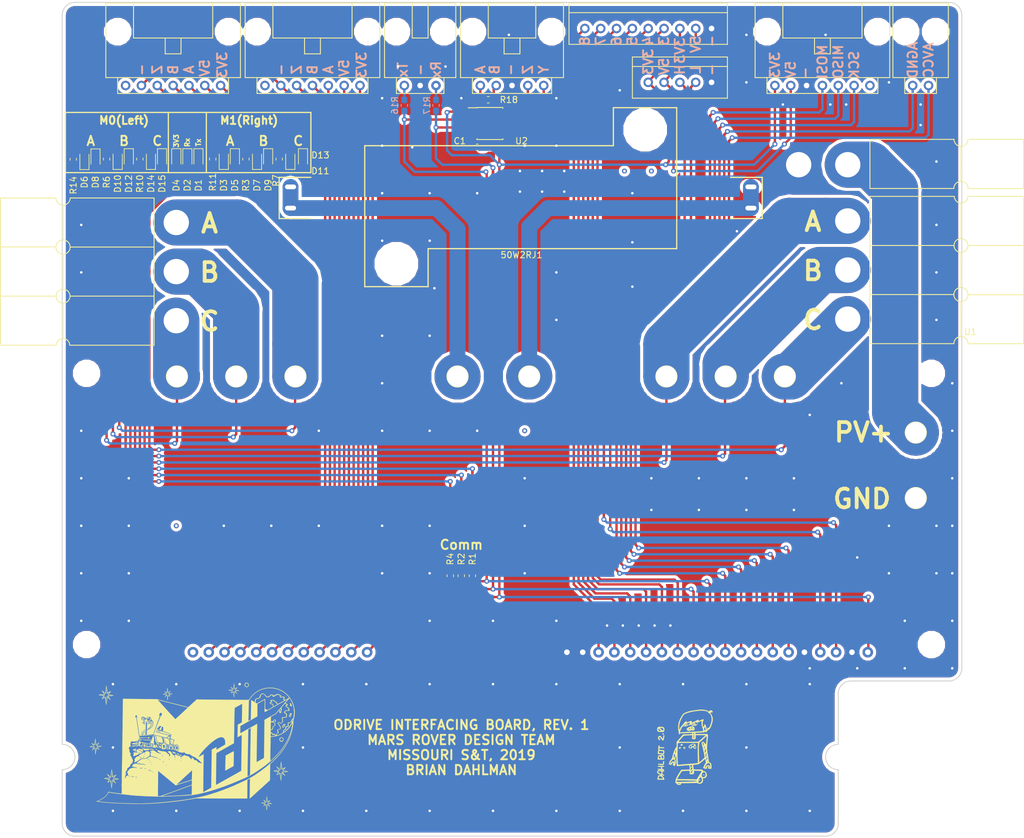
<source format=kicad_pcb>
(kicad_pcb (version 20171130) (host pcbnew "(5.0.2)-1")
  (layers (0 F.Cu signal) (31 B.Cu signal) (34 B.Paste user) (35 F.Paste user) (36 B.SilkS user) (37 F.SilkS user) (38 B.Mask user) (39 F.Mask user) (44 Edge.Cuts user))
  (net 0 "")
  (net 1 "Net-(50W2RJ1-Pad1)")
  (net 2 "Net-(50W2RJ1-Pad2)")
  (net 3 +5V)
  (net 4 +3V3)
  (net 5 GND)
  (net 6 /E1_A)
  (net 7 /E1_B)
  (net 8 /E1_Z)
  (net 9 /E0_Z)
  (net 10 /E0_B)
  (net 11 /E0_A)
  (net 12 "Net-(Conn6-Pad7)")
  (net 13 M0_A)
  (net 14 M0_B)
  (net 15 M0_C)
  (net 16 M1_B)
  (net 17 M1_A)
  (net 18 "Net-(D1-Pad2)")
  (net 19 "Net-(D2-Pad2)")
  (net 20 "Net-(D3-Pad2)")
  (net 21 "Net-(D4-Pad2)")
  (net 22 "Net-(D6-Pad2)")
  (net 23 "Net-(D7-Pad2)")
  (net 24 "Net-(D10-Pad2)")
  (net 25 M1_C)
  (net 26 "Net-(D11-Pad2)")
  (net 27 "Net-(D14-Pad2)")
  (net 28 CAN_L)
  (net 29 CAN_H)
  (net 30 SCK)
  (net 31 MISO)
  (net 32 MOSI)
  (net 33 GPIO_3)
  (net 34 GPIO_4)
  (net 35 GPIO_5)
  (net 36 GPIO_6)
  (net 37 GPIO_7)
  (net 38 GPIO_8)
  (net 39 Tx)
  (net 40 Rx)
  (net 41 "Net-(Conn4-Pad1)")
  (net 42 "Net-(Conn5-Pad1)")
  (net 43 /E1_GND)
  (net 44 /PV+)
  (net 45 /E1_5V)
  (net 46 /E1_3V3)
  (net 47 /E0_3V3)
  (net 48 /E0_5V)
  (net 49 "Net-(U1-PadE0_GND)")
  (net 50 "Net-(Conn9-Pad1)")
  (net 51 "Net-(Conn9-Pad3)")
  (net 52 /A)
  (net 53 /B)
  (net 54 /Z)
  (net 55 /Y)
  (net 56 /AGND)
  (net 57 /AVCC)
  (module Footprints:ODriveInterfacingBoard (layer F.Cu) (at 35.052 174.244)
    (fp_text reference U1 (at 145.650717 -80.883849 180) (layer F.SilkS))
    (fp_text value ODrive)
    (pad DC_V- thru_hole circle (at 136.896717 -54.232849 180) (size 7.4 7.4) (drill 3.4) (layers *.Cu *.Mask) (net 5 GND))
    (pad DC_V+ thru_hole circle (at 136.896717 -64.732849 180) (size 7.4 7.4) (drill 3.4) (layers *.Cu *.Mask) (net 44 /PV+))
    (pad M1_C thru_hole circle (at 115.896717 -73.732849 180) (size 7.4 7.4) (drill 3.4) (layers *.Cu *.Mask) (net 25 M1_C))
    (pad M1_B thru_hole circle (at 106.396717 -73.732849 180) (size 7.4 7.4) (drill 3.4) (layers *.Cu *.Mask) (net 16 M1_B))
    (pad M1_A thru_hole circle (at 96.896717 -73.732849 180) (size 7.4 7.4) (drill 3.4) (layers *.Cu *.Mask) (net 17 M1_A))
    (pad AUX_V- thru_hole circle (at 74.896717 -73.732849 180) (size 7.4 7.4) (drill 3.4) (layers *.Cu *.Mask) (net 2 "Net-(50W2RJ1-Pad2)"))
    (pad AUX_V+ thru_hole circle (at 63.396717 -73.732849 180) (size 7.4 7.4) (drill 3.4) (layers *.Cu *.Mask) (net 1 "Net-(50W2RJ1-Pad1)"))
    (pad M0_C thru_hole circle (at 37.396717 -73.732849 180) (size 7.4 7.4) (drill 3.4) (layers *.Cu *.Mask) (net 15 M0_C))
    (pad M0_B thru_hole circle (at 27.896717 -73.732849 180) (size 7.4 7.4) (drill 3.4) (layers *.Cu *.Mask) (net 14 M0_B))
    (pad M0_A thru_hole circle (at 18.396717 -73.732849 180) (size 7.4 7.4) (drill 3.4) (layers *.Cu *.Mask) (net 13 M0_A))
    (pad 3V3 thru_hole circle (at 129.196717 -29.502849) (size 1.7 1.7) (drill 0.9) (layers *.Cu *.Mask) (net 4 +3V3))
    (pad GND0 thru_hole circle (at 126.656717 -29.502849) (size 1.7 1.7) (drill 0.9) (layers *.Cu *.Mask) (net 5 GND))
    (pad CAN_H thru_hole circle (at 124.116717 -29.502849) (size 1.7 1.7) (drill 0.9) (layers *.Cu *.Mask) (net 29 CAN_H))
    (pad CAN_L thru_hole circle (at 121.576717 -29.502849) (size 1.7 1.7) (drill 0.9) (layers *.Cu *.Mask) (net 28 CAN_L))
    (pad GND1 thru_hole circle (at 119.036717 -29.502849) (size 1.7 1.7) (drill 0.9) (layers *.Cu *.Mask) (net 5 GND))
    (pad AVCC thru_hole circle (at 116.496717 -29.502849) (size 1.7 1.7) (drill 0.9) (layers *.Cu *.Mask) (net 57 /AVCC))
    (pad AGND thru_hole circle (at 113.956717 -29.502849) (size 1.7 1.7) (drill 0.9) (layers *.Cu *.Mask) (net 56 /AGND))
    (pad SCK thru_hole circle (at 111.416717 -29.502849) (size 1.7 1.7) (drill 0.9) (layers *.Cu *.Mask) (net 30 SCK))
    (pad MISO thru_hole circle (at 108.876717 -29.502849) (size 1.7 1.7) (drill 0.9) (layers *.Cu *.Mask) (net 31 MISO))
    (pad MOSI thru_hole circle (at 106.336717 -29.502849) (size 1.7 1.7) (drill 0.9) (layers *.Cu *.Mask) (net 32 MOSI))
    (pad GPIO1 thru_hole circle (at 103.796717 -29.502849) (size 1.7 1.7) (drill 0.9) (layers *.Cu *.Mask) (net 39 Tx))
    (pad GPIO2 thru_hole circle (at 101.256717 -29.502849) (size 1.7 1.7) (drill 0.9) (layers *.Cu *.Mask) (net 40 Rx))
    (pad GPIO3 thru_hole circle (at 98.716717 -29.502849) (size 1.7 1.7) (drill 0.9) (layers *.Cu *.Mask) (net 33 GPIO_3))
    (pad GPIO4 thru_hole circle (at 96.176717 -29.502849) (size 1.7 1.7) (drill 0.9) (layers *.Cu *.Mask) (net 34 GPIO_4))
    (pad GPIO5 thru_hole circle (at 93.636717 -29.502849) (size 1.7 1.7) (drill 0.9) (layers *.Cu *.Mask) (net 35 GPIO_5))
    (pad GPIO6 thru_hole circle (at 91.096717 -29.502849) (size 1.7 1.7) (drill 0.9) (layers *.Cu *.Mask) (net 36 GPIO_6))
    (pad GPIO7 thru_hole circle (at 88.556717 -29.502849) (size 1.7 1.7) (drill 0.9) (layers *.Cu *.Mask) (net 37 GPIO_7))
    (pad GPIO8 thru_hole circle (at 86.016717 -29.502849) (size 1.7 1.7) (drill 0.9) (layers *.Cu *.Mask) (net 38 GPIO_8))
    (pad GND2 thru_hole circle (at 83.476717 -29.502849) (size 1.7 1.7) (drill 0.9) (layers *.Cu *.Mask) (net 5 GND))
    (pad GND3 thru_hole circle (at 80.936717 -29.502849) (size 1.7 1.7) (drill 0.9) (layers *.Cu *.Mask) (net 5 GND))
    (pad E0_GND thru_hole circle (at 20.956749 -29.502849) (size 1.7 1.7) (drill 0.9) (layers *.Cu *.Mask) (net 49 "Net-(U1-PadE0_GND)"))
    (pad E0_Z thru_hole circle (at 23.496749 -29.502849) (size 1.7 1.7) (drill 0.9) (layers *.Cu *.Mask) (net 9 /E0_Z))
    (pad E0_B thru_hole circle (at 26.036749 -29.502849) (size 1.7 1.7) (drill 0.9) (layers *.Cu *.Mask) (net 10 /E0_B))
    (pad E0_A thru_hole circle (at 28.576749 -29.502849) (size 1.7 1.7) (drill 0.9) (layers *.Cu *.Mask) (net 11 /E0_A))
    (pad E0_5V thru_hole circle (at 31.116749 -29.502849) (size 1.7 1.7) (drill 0.9) (layers *.Cu *.Mask) (net 48 /E0_5V))
    (pad E0_3V3 thru_hole circle (at 33.656749 -29.502849) (size 1.7 1.7) (drill 0.9) (layers *.Cu *.Mask) (net 47 /E0_3V3))
    (pad E1_GND thru_hole circle (at 36.196749 -29.502849) (size 1.7 1.7) (drill 0.9) (layers *.Cu *.Mask) (net 43 /E1_GND))
    (pad E1_Z thru_hole circle (at 38.736749 -29.502849) (size 1.7 1.7) (drill 0.9) (layers *.Cu *.Mask) (net 8 /E1_Z))
    (pad E1_B thru_hole circle (at 41.276749 -29.502849) (size 1.7 1.7) (drill 0.9) (layers *.Cu *.Mask) (net 7 /E1_B))
    (pad E1_A thru_hole circle (at 43.816749 -29.502849) (size 1.7 1.7) (drill 0.9) (layers *.Cu *.Mask) (net 6 /E1_A))
    (pad E1_5V thru_hole circle (at 46.356749 -29.502849) (size 1.7 1.7) (drill 0.9) (layers *.Cu *.Mask) (net 45 /E1_5V))
    (pad E1_3V3 thru_hole circle (at 48.896749 -29.502849) (size 1.7 1.7) (drill 0.9) (layers *.Cu *.Mask) (net 46 /E1_3V3))
    (pad "" np_thru_hole circle (at 139.396717 -30.732849) (size 3.4 3.4) (drill 3.4) (layers *.Cu *.Mask))
    (pad "" np_thru_hole circle (at 139.396717 -74.232849) (size 3.4 3.4) (drill 3.4) (layers *.Cu *.Mask))
    (pad "" np_thru_hole circle (at 3.896717 -74.232849) (size 3.4 3.4) (drill 3.4) (layers *.Cu *.Mask))
    (pad "" np_thru_hole circle (at 3.896717 -30.732849) (size 3.4 3.4) (drill 3.4) (layers *.Cu *.Mask))
  )
  (module Footprints:PowerResistorMounts (layer F.Cu) (at 108.585 79.9338)
    (fp_text reference 50W2RJ1 (at 0.127 1.0922) (layer F.SilkS))
    (fp_text value 50W2RJ1)
    (pad "" np_thru_hole circle (at -19.939 2.5) (size 6 6) (drill 6) (layers *.Cu *.Mask))
    (pad "" np_thru_hole circle (at 19.9517 -19) (size 6 6) (drill 6) (layers *.Cu *.Mask))
    (pad 1 thru_hole oval (at -36.9189 -9.8298) (size 2.54 1.524) (drill oval 1.778 0.762) (layers *.Cu *.Mask) (net 1 "Net-(50W2RJ1-Pad1)"))
    (pad 1 thru_hole oval (at -36.9189 -6.4262) (size 2.54 1.524) (drill oval 1.778 0.762) (layers *.Cu *.Mask) (net 1 "Net-(50W2RJ1-Pad1)"))
    (pad 2 thru_hole oval (at 36.9189 -9.8298) (size 2.54 1.524) (drill oval 1.778 0.762) (layers *.Cu *.Mask) (net 2 "Net-(50W2RJ1-Pad2)"))
    (pad 2 thru_hole oval (at 36.9189 -6.4262) (size 2.54 1.524) (drill oval 1.778 0.762) (layers *.Cu *.Mask) (net 2 "Net-(50W2RJ1-Pad2)"))
  )
  (module MRDT_Connectors:MOLEX_SL_07_Horizontal (layer F.Cu) (at 75.184 53.848)
    (fp_text reference Conn4 hide)
    (fp_text value Molex_SL_07)
    (pad 1 thru_hole circle (at -7.62 0) (size 1.524 1.524) (drill 0.9) (layers *.Cu *.Mask) (net 41 "Net-(Conn4-Pad1)"))
    (pad 2 thru_hole circle (at -5.08 0) (size 1.524 1.524) (drill 0.9) (layers *.Cu *.Mask) (net 43 /E1_GND))
    (pad 3 thru_hole circle (at -2.54 0) (size 1.524 1.524) (drill 0.9) (layers *.Cu *.Mask) (net 8 /E1_Z))
    (pad 4 thru_hole circle (at 0 0) (size 1.524 1.524) (drill 0.9) (layers *.Cu *.Mask) (net 7 /E1_B))
    (pad 5 thru_hole circle (at 2.54 0) (size 1.524 1.524) (drill 0.9) (layers *.Cu *.Mask) (net 6 /E1_A))
    (pad "" np_thru_hole circle (at -8.89 -8.636) (size 3.45 3.45) (drill 3.45) (layers *.Cu *.Mask))
    (pad "" np_thru_hole circle (at 8.89 -8.636) (size 3.45 3.45) (drill 3.45) (layers *.Cu *.Mask))
    (pad 6 thru_hole circle (at 5.08 0) (size 1.524 1.524) (drill 0.9) (layers *.Cu *.Mask) (net 45 /E1_5V))
    (pad 7 thru_hole circle (at 7.62 0) (size 1.524 1.524) (drill 0.9) (layers *.Cu *.Mask) (net 46 /E1_3V3))
  )
  (module MRDT_Silkscreens:2_Dahlbot_2.0 (layer F.Cu) (at 134.62 160.02)
    (fp_text reference G*** hide)
    (fp_text value LOGO hide)
  )
  (module MRDT_Connectors:MOLEX_SL_02_Horizontal (layer F.Cu) (at 172.72 53.848)
    (fp_text reference Conn1 hide)
    (fp_text value Molex_SL_02)
    (pad "" np_thru_hole circle (at -2.415 -8.64) (size 3.45 3.45) (drill 3.45) (layers *.Cu *.Mask))
    (pad 1 thru_hole circle (at -1.27 0) (size 1.524 1.524) (drill 0.9) (layers *.Cu *.Mask) (net 56 /AGND))
    (pad 2 thru_hole circle (at 1.27 0) (size 1.524 1.524) (drill 0.9) (layers *.Cu *.Mask) (net 57 /AVCC))
    (pad "" np_thru_hole circle (at 2.413 -8.636) (size 3.45 3.45) (drill 3.45) (layers *.Cu *.Mask))
  )
  (module MRDT_Connectors:MOLEX_SL_07_Horizontal (layer F.Cu) (at 52.832 53.848)
    (fp_text reference Conn5 hide)
    (fp_text value Molex_SL_07)
    (pad 7 thru_hole circle (at 7.62 0) (size 1.524 1.524) (drill 0.9) (layers *.Cu *.Mask) (net 47 /E0_3V3))
    (pad 6 thru_hole circle (at 5.08 0) (size 1.524 1.524) (drill 0.9) (layers *.Cu *.Mask) (net 48 /E0_5V))
    (pad "" np_thru_hole circle (at 8.89 -8.636) (size 3.45 3.45) (drill 3.45) (layers *.Cu *.Mask))
    (pad "" np_thru_hole circle (at -8.89 -8.636) (size 3.45 3.45) (drill 3.45) (layers *.Cu *.Mask))
    (pad 5 thru_hole circle (at 2.54 0) (size 1.524 1.524) (drill 0.9) (layers *.Cu *.Mask) (net 11 /E0_A))
    (pad 4 thru_hole circle (at 0 0) (size 1.524 1.524) (drill 0.9) (layers *.Cu *.Mask) (net 10 /E0_B))
    (pad 3 thru_hole circle (at -2.54 0) (size 1.524 1.524) (drill 0.9) (layers *.Cu *.Mask) (net 9 /E0_Z))
    (pad 2 thru_hole circle (at -5.08 0) (size 1.524 1.524) (drill 0.9) (layers *.Cu *.Mask) (net 43 /E1_GND))
    (pad 1 thru_hole circle (at -7.62 0) (size 1.524 1.524) (drill 0.9) (layers *.Cu *.Mask) (net 42 "Net-(Conn5-Pad1)"))
  )
  (module MRDT_Connectors:MOLEX_SL_07_Horizontal (layer F.Cu) (at 156.972 53.848)
    (fp_text reference Conn6 hide)
    (fp_text value Molex_SL_07)
    (pad 1 thru_hole circle (at -7.62 0) (size 1.524 1.524) (drill 0.9) (layers *.Cu *.Mask) (net 4 +3V3))
    (pad 2 thru_hole circle (at -5.08 0) (size 1.524 1.524) (drill 0.9) (layers *.Cu *.Mask) (net 3 +5V))
    (pad 3 thru_hole circle (at -2.54 0) (size 1.524 1.524) (drill 0.9) (layers *.Cu *.Mask) (net 5 GND))
    (pad 4 thru_hole circle (at 0 0) (size 1.524 1.524) (drill 0.9) (layers *.Cu *.Mask) (net 32 MOSI))
    (pad 5 thru_hole circle (at 2.54 0) (size 1.524 1.524) (drill 0.9) (layers *.Cu *.Mask) (net 31 MISO))
    (pad "" np_thru_hole circle (at -8.89 -8.636) (size 3.45 3.45) (drill 3.45) (layers *.Cu *.Mask))
    (pad "" np_thru_hole circle (at 8.89 -8.636) (size 3.45 3.45) (drill 3.45) (layers *.Cu *.Mask))
    (pad 6 thru_hole circle (at 5.08 0) (size 1.524 1.524) (drill 0.9) (layers *.Cu *.Mask) (net 30 SCK))
    (pad 7 thru_hole circle (at 7.62 0) (size 1.524 1.524) (drill 0.9) (layers *.Cu *.Mask) (net 12 "Net-(Conn6-Pad7)"))
  )
  (module LED_SMD:LED_0603_1608Metric_Pad1.05x0.95mm_HandSolder (layer F.Cu) (at 56.896 65.645 270)
    (fp_text reference D1 (at 4.205 0 270) (layer F.SilkS))
    (fp_text value "Tx Yellow")
    (pad 2 smd roundrect (at 0.875 0 270) (size 1.05 0.95) (layers F.Cu F.Paste F.Mask) (net 18 "Net-(D1-Pad2)"))
    (pad 1 smd roundrect (at -0.875 0 270) (size 1.05 0.95) (layers F.Cu F.Paste F.Mask) (net 5 GND))
  )
  (module LED_SMD:LED_0603_1608Metric_Pad1.05x0.95mm_HandSolder (layer F.Cu) (at 55.118 65.645 270)
    (fp_text reference D2 (at 4.205 0 270) (layer F.SilkS))
    (fp_text value "Rx Yellow")
    (pad 2 smd roundrect (at 0.875 0 270) (size 1.05 0.95) (layers F.Cu F.Paste F.Mask) (net 19 "Net-(D2-Pad2)"))
    (pad 1 smd roundrect (at -0.875 0 270) (size 1.05 0.95) (layers F.Cu F.Paste F.Mask) (net 5 GND))
  )
  (module LED_SMD:LED_0603_1608Metric_Pad1.05x0.95mm_HandSolder (layer F.Cu) (at 60.96 65.645 90)
    (fp_text reference D3 (at -4.205 0 90) (layer F.SilkS))
    (fp_text value "M1 A High Orange")
    (pad 2 smd roundrect (at 0.875 0 90) (size 1.05 0.95) (layers F.Cu F.Paste F.Mask) (net 20 "Net-(D3-Pad2)"))
    (pad 1 smd roundrect (at -0.875 0 90) (size 1.05 0.95) (layers F.Cu F.Paste F.Mask) (net 17 M1_A))
  )
  (module LED_SMD:LED_0603_1608Metric_Pad1.05x0.95mm_HandSolder (layer F.Cu) (at 53.34 65.645 270)
    (fp_text reference D4 (at 4.205 0 270) (layer F.SilkS))
    (fp_text value "3v3 Green")
    (pad 2 smd roundrect (at 0.875 0 270) (size 1.05 0.95) (layers F.Cu F.Paste F.Mask) (net 21 "Net-(D4-Pad2)"))
    (pad 1 smd roundrect (at -0.875 0 270) (size 1.05 0.95) (layers F.Cu F.Paste F.Mask) (net 5 GND))
  )
  (module LED_SMD:LED_0603_1608Metric_Pad1.05x0.95mm_HandSolder (layer F.Cu) (at 62.738 65.645 270)
    (fp_text reference D5 (at 4.205 0 270) (layer F.SilkS))
    (fp_text value "M1 A Low Orange")
    (pad 2 smd roundrect (at 0.875 0 270) (size 1.05 0.95) (layers F.Cu F.Paste F.Mask) (net 17 M1_A))
    (pad 1 smd roundrect (at -0.875 0 270) (size 1.05 0.95) (layers F.Cu F.Paste F.Mask) (net 20 "Net-(D3-Pad2)"))
  )
  (module LED_SMD:LED_0603_1608Metric_Pad1.05x0.95mm_HandSolder (layer F.Cu) (at 38.608 65.673 90)
    (fp_text reference D6 (at -3.669 0 90) (layer F.SilkS))
    (fp_text value "M0 A High Orange")
    (pad 2 smd roundrect (at 0.875 0 90) (size 1.05 0.95) (layers F.Cu F.Paste F.Mask) (net 22 "Net-(D6-Pad2)"))
    (pad 1 smd roundrect (at -0.875 0 90) (size 1.05 0.95) (layers F.Cu F.Paste F.Mask) (net 13 M0_A))
  )
  (module LED_SMD:LED_0603_1608Metric_Pad1.05x0.95mm_HandSolder (layer F.Cu) (at 66.294 65.645 90)
    (fp_text reference D7 (at -4.205 0 90) (layer F.SilkS))
    (fp_text value "M1 B High Orange")
    (pad 1 smd roundrect (at -0.875 0 90) (size 1.05 0.95) (layers F.Cu F.Paste F.Mask) (net 16 M1_B))
    (pad 2 smd roundrect (at 0.875 0 90) (size 1.05 0.95) (layers F.Cu F.Paste F.Mask) (net 23 "Net-(D7-Pad2)"))
  )
  (module LED_SMD:LED_0603_1608Metric_Pad1.05x0.95mm_HandSolder (layer F.Cu) (at 40.386 65.673 270)
    (fp_text reference D8 (at 3.669 0 270) (layer F.SilkS))
    (fp_text value "M0 A Low Orange")
    (pad 1 smd roundrect (at -0.875 0 270) (size 1.05 0.95) (layers F.Cu F.Paste F.Mask) (net 22 "Net-(D6-Pad2)"))
    (pad 2 smd roundrect (at 0.875 0 270) (size 1.05 0.95) (layers F.Cu F.Paste F.Mask) (net 13 M0_A))
  )
  (module LED_SMD:LED_0603_1608Metric_Pad1.05x0.95mm_HandSolder (layer F.Cu) (at 68.072 65.645 270)
    (fp_text reference D9 (at 4.205 0 270) (layer F.SilkS))
    (fp_text value "M1 B Low Orange")
    (pad 2 smd roundrect (at 0.875 0 270) (size 1.05 0.95) (layers F.Cu F.Paste F.Mask) (net 16 M1_B))
    (pad 1 smd roundrect (at -0.875 0 270) (size 1.05 0.95) (layers F.Cu F.Paste F.Mask) (net 23 "Net-(D7-Pad2)"))
  )
  (module LED_SMD:LED_0603_1608Metric_Pad1.05x0.95mm_HandSolder (layer F.Cu) (at 43.942 65.645 90)
    (fp_text reference D10 (at -3.951 0 90) (layer F.SilkS))
    (fp_text value "M0 B High Orange")
    (pad 1 smd roundrect (at -0.875 0 90) (size 1.05 0.95) (layers F.Cu F.Paste F.Mask) (net 14 M0_B))
    (pad 2 smd roundrect (at 0.875 0 90) (size 1.05 0.95) (layers F.Cu F.Paste F.Mask) (net 24 "Net-(D10-Pad2)"))
  )
  (module LED_SMD:LED_0603_1608Metric_Pad1.05x0.95mm_HandSolder (layer F.Cu) (at 71.628 65.645 90)
    (fp_text reference D11 (at -1.919 4.826) (layer F.SilkS))
    (fp_text value "M1 C High Orange")
    (pad 1 smd roundrect (at -0.875 0 90) (size 1.05 0.95) (layers F.Cu F.Paste F.Mask) (net 25 M1_C))
    (pad 2 smd roundrect (at 0.875 0 90) (size 1.05 0.95) (layers F.Cu F.Paste F.Mask) (net 26 "Net-(D11-Pad2)"))
  )
  (module LED_SMD:LED_0603_1608Metric_Pad1.05x0.95mm_HandSolder (layer F.Cu) (at 45.72 65.645 270)
    (fp_text reference D12 (at 3.951 0 270) (layer F.SilkS))
    (fp_text value "M0 B Low Orange")
    (pad 2 smd roundrect (at 0.875 0 270) (size 1.05 0.95) (layers F.Cu F.Paste F.Mask) (net 14 M0_B))
    (pad 1 smd roundrect (at -0.875 0 270) (size 1.05 0.95) (layers F.Cu F.Paste F.Mask) (net 24 "Net-(D10-Pad2)"))
  )
  (module LED_SMD:LED_0603_1608Metric_Pad1.05x0.95mm_HandSolder (layer F.Cu) (at 73.66 65.645 270)
    (fp_text reference D13 (at -0.621 -2.794 180) (layer F.SilkS))
    (fp_text value "M1 C Low Orange")
    (pad 2 smd roundrect (at 0.875 0 270) (size 1.05 0.95) (layers F.Cu F.Paste F.Mask) (net 25 M1_C))
    (pad 1 smd roundrect (at -0.875 0 270) (size 1.05 0.95) (layers F.Cu F.Paste F.Mask) (net 26 "Net-(D11-Pad2)"))
  )
  (module LED_SMD:LED_0603_1608Metric_Pad1.05x0.95mm_HandSolder (layer F.Cu) (at 49.276 65.645 90)
    (fp_text reference D14 (at -3.951 0 90) (layer F.SilkS))
    (fp_text value "M0 C High Orange")
    (pad 2 smd roundrect (at 0.875 0 90) (size 1.05 0.95) (layers F.Cu F.Paste F.Mask) (net 27 "Net-(D14-Pad2)"))
    (pad 1 smd roundrect (at -0.875 0 90) (size 1.05 0.95) (layers F.Cu F.Paste F.Mask) (net 15 M0_C))
  )
  (module LED_SMD:LED_0603_1608Metric_Pad1.05x0.95mm_HandSolder (layer F.Cu) (at 51.054 65.645 270)
    (fp_text reference D15 (at 3.951 0 270) (layer F.SilkS))
    (fp_text value "M0 C Low Orange")
    (pad 1 smd roundrect (at -0.875 0 270) (size 1.05 0.95) (layers F.Cu F.Paste F.Mask) (net 27 "Net-(D14-Pad2)"))
    (pad 2 smd roundrect (at 0.875 0 270) (size 1.05 0.95) (layers F.Cu F.Paste F.Mask) (net 15 M0_C))
  )
  (module Resistor_SMD:R_0603_1608Metric_Pad1.05x0.95mm_HandSolder (layer F.Cu) (at 100.838 132.475 90)
    (fp_text reference R1 (at 2.681 0 90) (layer F.SilkS))
    (fp_text value 1.5k)
    (pad 1 smd roundrect (at -0.875 0 90) (size 1.05 0.95) (layers F.Cu F.Paste F.Mask) (net 39 Tx))
    (pad 2 smd roundrect (at 0.875 0 90) (size 1.05 0.95) (layers F.Cu F.Paste F.Mask) (net 18 "Net-(D1-Pad2)"))
  )
  (module Resistor_SMD:R_0603_1608Metric_Pad1.05x0.95mm_HandSolder (layer F.Cu) (at 99.06 132.475 90)
    (fp_text reference R2 (at 2.681 0 90) (layer F.SilkS))
    (fp_text value 1.5k)
    (pad 2 smd roundrect (at 0.875 0 90) (size 1.05 0.95) (layers F.Cu F.Paste F.Mask) (net 19 "Net-(D2-Pad2)"))
    (pad 1 smd roundrect (at -0.875 0 90) (size 1.05 0.95) (layers F.Cu F.Paste F.Mask) (net 40 Rx))
  )
  (module Resistor_SMD:R_0603_1608Metric_Pad1.05x0.95mm_HandSolder (layer F.Cu) (at 97.282 132.475 90)
    (fp_text reference R4 (at 2.681 0 90) (layer F.SilkS))
    (fp_text value 1.5k)
    (pad 1 smd roundrect (at -0.875 0 90) (size 1.05 0.95) (layers F.Cu F.Paste F.Mask) (net 4 +3V3))
    (pad 2 smd roundrect (at 0.875 0 90) (size 1.05 0.95) (layers F.Cu F.Paste F.Mask) (net 21 "Net-(D4-Pad2)"))
  )
  (module MRDT_Connectors:Anderson_3_Horizontal_Side_by_Side (layer F.Cu) (at 49.784 95.504)
    (fp_text reference Conn7 hide)
    (fp_text value M0_A)
    (pad 3 thru_hole circle (at 3.556 -3.937) (size 5.08 5.08) (drill 4.06) (layers *.Cu *.Mask F.Paste) (net 13 M0_A))
    (pad 2 thru_hole circle (at 3.556 -11.811) (size 5.08 5.08) (drill 4.06) (layers *.Cu *.Mask F.Paste) (net 14 M0_B))
    (pad 1 thru_hole circle (at 3.556 -19.685) (size 5.08 5.08) (drill 4.06) (layers *.Cu *.Mask F.Paste) (net 15 M0_C))
  )
  (module MRDT_Connectors:Anderson_3_Horizontal_Side_by_Side (layer F.Cu) (at 164.592 71.628 180)
    (fp_text reference Conn8 hide)
    (fp_text value M1_A)
    (pad 1 thru_hole circle (at 3.556 -19.685 180) (size 5.08 5.08) (drill 4.06) (layers *.Cu *.Mask F.Paste) (net 25 M1_C))
    (pad 2 thru_hole circle (at 3.556 -11.811 180) (size 5.08 5.08) (drill 4.06) (layers *.Cu *.Mask F.Paste) (net 16 M1_B))
    (pad 3 thru_hole circle (at 3.556 -3.937 180) (size 5.08 5.08) (drill 4.06) (layers *.Cu *.Mask F.Paste) (net 17 M1_A))
  )
  (module Capacitor_SMD:C_0603_1608Metric_Pad1.05x0.95mm_HandSolder (layer F.Cu) (at 101.6 63.754 180)
    (fp_text reference C1 (at 2.794 1.016 180) (layer F.SilkS))
    (fp_text value .1u)
    (pad 1 smd roundrect (at -0.875 0 180) (size 1.05 0.95) (layers F.Cu F.Paste F.Mask) (net 4 +3V3))
    (pad 2 smd roundrect (at 0.875 0 180) (size 1.05 0.95) (layers F.Cu F.Paste F.Mask) (net 5 GND))
  )
  (module MRDT_Connectors:Anderson_2_Horizontal_Stacked (layer F.Cu) (at 161.036 66.548 180)
    (fp_text reference Conn3 hide)
    (fp_text value AndersonPP)
    (pad 1 thru_hole circle (at 0 0 180) (size 5.08 5.08) (drill 4.06) (layers *.Cu *.Mask F.Paste) (net 44 /PV+))
    (pad 4 thru_hole circle (at 7.874 0 180) (size 5.08 5.08) (drill 4.06) (layers *.Cu *.Mask F.Paste) (net 5 GND))
  )
  (module Resistor_SMD:R_0603_1608Metric_Pad1.05x0.95mm_HandSolder (layer B.Cu) (at 89.916 57.037 270)
    (fp_text reference R16 (at 0 1.524 270) (layer B.SilkS) (effects (justify mirror)))
    (fp_text value 0)
    (pad 1 smd roundrect (at -0.875 0 270) (size 1.05 0.95) (layers B.Cu B.Paste B.Mask) (net 50 "Net-(Conn9-Pad1)"))
    (pad 2 smd roundrect (at 0.875 0 270) (size 1.05 0.95) (layers B.Cu B.Paste B.Mask) (net 39 Tx))
  )
  (module Resistor_SMD:R_0603_1608Metric_Pad1.05x0.95mm_HandSolder (layer B.Cu) (at 94.996 57.037 270)
    (fp_text reference R17 (at 0 1.43 270) (layer B.SilkS) (effects (justify mirror)))
    (fp_text value 0)
    (pad 2 smd roundrect (at 0.875 0 270) (size 1.05 0.95) (layers B.Cu B.Paste B.Mask) (net 40 Rx))
    (pad 1 smd roundrect (at -0.875 0 270) (size 1.05 0.95) (layers B.Cu B.Paste B.Mask) (net 51 "Net-(Conn9-Pad3)"))
  )
  (module Package_SO:SOIC-8_3.9x4.9mm_P1.27mm (layer F.Cu) (at 103.632 59.944)
    (fp_text reference U2 (at 5.08 2.794) (layer F.SilkS))
    (fp_text value MAX3077E)
    (pad 1 smd rect (at -2.7 -1.905) (size 1.55 0.6) (layers F.Cu F.Paste F.Mask) (net 4 +3V3))
    (pad 2 smd rect (at -2.7 -0.635) (size 1.55 0.6) (layers F.Cu F.Paste F.Mask) (net 39 Tx))
    (pad 3 smd rect (at -2.7 0.635) (size 1.55 0.6) (layers F.Cu F.Paste F.Mask) (net 40 Rx))
    (pad 4 smd rect (at -2.7 1.905) (size 1.55 0.6) (layers F.Cu F.Paste F.Mask) (net 5 GND))
    (pad 5 smd rect (at 2.7 1.905) (size 1.55 0.6) (layers F.Cu F.Paste F.Mask) (net 55 /Y))
    (pad 6 smd rect (at 2.7 0.635) (size 1.55 0.6) (layers F.Cu F.Paste F.Mask) (net 54 /Z))
    (pad 7 smd rect (at 2.7 -0.635) (size 1.55 0.6) (layers F.Cu F.Paste F.Mask) (net 53 /B))
    (pad 8 smd rect (at 2.7 -1.905) (size 1.55 0.6) (layers F.Cu F.Paste F.Mask) (net 52 /A))
  )
  (module Resistor_SMD:R_0603_1608Metric_Pad1.05x0.95mm_HandSolder (layer F.Cu) (at 103.378 56.134 180)
    (fp_text reference R18 (at -3.302 0 180) (layer F.SilkS))
    (fp_text value 120)
    (pad 1 smd roundrect (at -0.875 0 180) (size 1.05 0.95) (layers F.Cu F.Paste F.Mask) (net 53 /B))
    (pad 2 smd roundrect (at 0.875 0 180) (size 1.05 0.95) (layers F.Cu F.Paste F.Mask) (net 52 /A))
  )
  (module MRDT_Connectors:MOLEX_SL_05_Vertical (layer F.Cu) (at 134.112 53.34)
    (fp_text reference Conn2 hide)
    (fp_text value Molex_SL_05)
    (pad 1 thru_hole circle (at -5.08 0) (size 1.524 1.524) (drill 0.9) (layers *.Cu *.Mask) (net 4 +3V3))
    (pad 2 thru_hole circle (at -2.54 0) (size 1.524 1.524) (drill 0.9) (layers *.Cu *.Mask) (net 3 +5V))
    (pad 3 thru_hole circle (at 0 0) (size 1.524 1.524) (drill 0.9) (layers *.Cu *.Mask) (net 29 CAN_H))
    (pad 4 thru_hole circle (at 2.54 0) (size 1.524 1.524) (drill 0.9) (layers *.Cu *.Mask) (net 28 CAN_L))
    (pad 5 thru_hole circle (at 5.08 0) (size 1.524 1.524) (drill 0.9) (layers *.Cu *.Mask) (net 5 GND))
  )
  (module MRDT_Connectors:MOLEX_SL_09_Vertical (layer F.Cu) (at 129.032 44.704)
    (fp_text reference Conn13 hide)
    (fp_text value Molex_SL_09)
    (pad 1 thru_hole circle (at -10.16 0) (size 1.524 1.524) (drill 0.9) (layers *.Cu *.Mask) (net 38 GPIO_8))
    (pad 2 thru_hole circle (at -7.62 0) (size 1.524 1.524) (drill 0.9) (layers *.Cu *.Mask) (net 37 GPIO_7))
    (pad 3 thru_hole circle (at -5.08 0) (size 1.524 1.524) (drill 0.9) (layers *.Cu *.Mask) (net 36 GPIO_6))
    (pad 4 thru_hole circle (at -2.54 0) (size 1.524 1.524) (drill 0.9) (layers *.Cu *.Mask) (net 35 GPIO_5))
    (pad 5 thru_hole circle (at 0 0) (size 1.524 1.524) (drill 0.9) (layers *.Cu *.Mask) (net 34 GPIO_4))
    (pad 6 thru_hole circle (at 2.54 0) (size 1.524 1.524) (drill 0.9) (layers *.Cu *.Mask) (net 33 GPIO_3))
    (pad 7 thru_hole circle (at 5.08 0) (size 1.524 1.524) (drill 0.9) (layers *.Cu *.Mask) (net 4 +3V3))
    (pad 8 thru_hole circle (at 7.62 0) (size 1.524 1.524) (drill 0.9) (layers *.Cu *.Mask) (net 3 +5V))
    (pad 9 thru_hole circle (at 10.16 0) (size 1.524 1.524) (drill 0.9) (layers *.Cu *.Mask) (net 5 GND))
  )
  (module MRDT_Connectors:MOLEX_SL_03_Horizontal (layer F.Cu) (at 92.456 53.848)
    (fp_text reference Conn9 hide)
    (fp_text value Molex_SL_03)
    (pad 1 thru_hole circle (at -2.54 0) (size 1.524 1.524) (drill 0.9) (layers *.Cu *.Mask) (net 50 "Net-(Conn9-Pad1)"))
    (pad 2 thru_hole circle (at 0 0) (size 1.524 1.524) (drill 0.9) (layers *.Cu *.Mask) (net 5 GND))
    (pad 3 thru_hole circle (at 2.54 0) (size 1.524 1.524) (drill 0.762) (layers *.Cu *.Mask) (net 51 "Net-(Conn9-Pad3)"))
    (pad "" np_thru_hole circle (at -3.81 -8.636) (size 3.45 3.45) (drill 3.45) (layers *.Cu *.Mask))
    (pad "" np_thru_hole circle (at 3.81 -8.636) (size 3.45 3.45) (drill 3.45) (layers *.Cu *.Mask))
  )
  (module MRDT_Connectors:MOLEX_SL_05_Horizontal (layer F.Cu) (at 107.188 53.848)
    (fp_text reference Conn10 hide)
    (fp_text value Molex_SL_05)
    (pad 1 thru_hole circle (at -5.08 0) (size 1.524 1.524) (drill 0.9) (layers *.Cu *.Mask) (net 52 /A))
    (pad 2 thru_hole circle (at -2.54 0) (size 1.524 1.524) (drill 0.9) (layers *.Cu *.Mask) (net 53 /B))
    (pad 3 thru_hole circle (at 0 0) (size 1.524 1.524) (drill 0.9) (layers *.Cu *.Mask) (net 5 GND))
    (pad 4 thru_hole circle (at 2.54 0) (size 1.524 1.524) (drill 0.9) (layers *.Cu *.Mask) (net 54 /Z))
    (pad 5 thru_hole circle (at 5.08 0) (size 1.524 1.524) (drill 0.9) (layers *.Cu *.Mask) (net 55 /Y))
    (pad "" np_thru_hole circle (at -6.35 -8.636) (size 3.45 3.45) (drill 3.45) (layers *.Cu *.Mask))
    (pad "" np_thru_hole circle (at 6.35 -8.636) (size 3.45 3.45) (drill 3.45) (layers *.Cu *.Mask))
  )
  (module MRDT_Silkscreens:0_MRDT_Retro_Logo_34mmX21.5mm (layer F.Cu) (at 55.88 160.02)
    (fp_text reference G*** hide)
    (fp_text value LOGO hide)
  )
  (module Resistor_SMD:R_0603_1608Metric_Pad1.05x0.95mm_HandSolder (layer F.Cu) (at 64.516 65.645 90)
    (fp_text reference R3 (at -4.205 0 90) (layer F.SilkS))
    (fp_text value 1.5k)
    (pad 2 smd roundrect (at 0.875 0 90) (size 1.05 0.95) (layers F.Cu F.Paste F.Mask) (net 20 "Net-(D3-Pad2)"))
    (pad 1 smd roundrect (at -0.875 0 90) (size 1.05 0.95) (layers F.Cu F.Paste F.Mask) (net 16 M1_B))
  )
  (module Resistor_SMD:R_0603_1608Metric_Pad1.05x0.95mm_HandSolder (layer F.Cu) (at 42.164 65.645 90)
    (fp_text reference R6 (at -3.697 0 90) (layer F.SilkS))
    (fp_text value 1.5k)
    (pad 1 smd roundrect (at -0.875 0 90) (size 1.05 0.95) (layers F.Cu F.Paste F.Mask) (net 14 M0_B))
    (pad 2 smd roundrect (at 0.875 0 90) (size 1.05 0.95) (layers F.Cu F.Paste F.Mask) (net 22 "Net-(D6-Pad2)"))
  )
  (module Resistor_SMD:R_0603_1608Metric_Pad1.05x0.95mm_HandSolder (layer F.Cu) (at 69.85 65.645 90)
    (fp_text reference R7 (at -3.443 -0.508 90) (layer F.SilkS))
    (fp_text value 1.5k)
    (pad 1 smd roundrect (at -0.875 0 90) (size 1.05 0.95) (layers F.Cu F.Paste F.Mask) (net 25 M1_C))
    (pad 2 smd roundrect (at 0.875 0 90) (size 1.05 0.95) (layers F.Cu F.Paste F.Mask) (net 23 "Net-(D7-Pad2)"))
  )
  (module Resistor_SMD:R_0603_1608Metric_Pad1.05x0.95mm_HandSolder (layer F.Cu) (at 47.498 65.645 90)
    (fp_text reference R10 (at -3.951 0 90) (layer F.SilkS))
    (fp_text value 1.5k)
    (pad 2 smd roundrect (at 0.875 0 90) (size 1.05 0.95) (layers F.Cu F.Paste F.Mask) (net 24 "Net-(D10-Pad2)"))
    (pad 1 smd roundrect (at -0.875 0 90) (size 1.05 0.95) (layers F.Cu F.Paste F.Mask) (net 15 M0_C))
  )
  (module Resistor_SMD:R_0603_1608Metric_Pad1.05x0.95mm_HandSolder (layer F.Cu) (at 59.182 65.645 90)
    (fp_text reference R11 (at -3.697 0 90) (layer F.SilkS))
    (fp_text value 1.5k)
    (pad 2 smd roundrect (at 0.875 0 90) (size 1.05 0.95) (layers F.Cu F.Paste F.Mask) (net 26 "Net-(D11-Pad2)"))
    (pad 1 smd roundrect (at -0.875 0 90) (size 1.05 0.95) (layers F.Cu F.Paste F.Mask) (net 17 M1_A))
  )
  (module Resistor_SMD:R_0603_1608Metric_Pad1.05x0.95mm_HandSolder (layer F.Cu) (at 36.83 65.673 90)
    (fp_text reference R14 (at -4.177 0 90) (layer F.SilkS))
    (fp_text value 1.5k)
    (pad 1 smd roundrect (at -0.875 0 90) (size 1.05 0.95) (layers F.Cu F.Paste F.Mask) (net 13 M0_A))
    (pad 2 smd roundrect (at 0.875 0 90) (size 1.05 0.95) (layers F.Cu F.Paste F.Mask) (net 27 "Net-(D14-Pad2)"))
  )
  (gr_line (start 74.93 75.184) (end 69.85 75.184) (layer F.SilkS) (width 0.2))
  (gr_line (start 69.85 75.184) (end 69.85 68.58) (layer F.SilkS) (width 0.2))
  (gr_line (start 69.85 68.58) (end 74.93 68.58) (layer F.SilkS) (width 0.2))
  (gr_line (start 147.32 75.184) (end 142.24 75.184) (layer F.SilkS) (width 0.2))
  (gr_line (start 147.32 68.58) (end 147.32 75.184) (layer F.SilkS) (width 0.2))
  (gr_line (start 142.24 68.58) (end 147.32 68.58) (layer F.SilkS) (width 0.2))
  (gr_text GND (at 163.322 120.142) (layer F.SilkS) (effects (font (size 3 3) (thickness 0.6))))
  (gr_text PV+ (at 163.576 109.474) (layer F.SilkS) (effects (font (size 3 3) (thickness 0.6))))
  (gr_line (start 93.726 80.01) (end 93.726 86.106) (layer F.SilkS) (width 0.2))
  (gr_line (start 133.604 80.01) (end 93.726 80.01) (layer F.SilkS) (width 0.2))
  (gr_line (start 133.604 57.404) (end 133.604 80.01) (layer F.SilkS) (width 0.2))
  (gr_line (start 123.444 57.404) (end 133.604 57.404) (layer F.SilkS) (width 0.2))
  (gr_line (start 123.444 63.5) (end 123.444 57.404) (layer F.SilkS) (width 0.2))
  (gr_line (start 83.566 63.5) (end 123.444 63.5) (layer F.SilkS) (width 0.2))
  (gr_line (start 83.566 86.106) (end 83.566 63.5) (layer F.SilkS) (width 0.2))
  (gr_line (start 93.726 86.106) (end 83.566 86.106) (layer F.SilkS) (width 0.2))
  (gr_text AVCC (at 173.99 49.784 90) (layer B.SilkS) (effects (font (size 1.5 1.5) (thickness 0.3)) (justify mirror)))
  (gr_text AGND (at 171.45 49.784 90) (layer B.SilkS) (effects (font (size 1.5 1.5) (thickness 0.3)) (justify mirror)))
  (gr_text SCK (at 162.052 50.546 90) (layer B.SilkS) (effects (font (size 1.5 1.5) (thickness 0.3)) (justify mirror)))
  (gr_text MISO (at 159.512 50.038 90) (layer B.SilkS) (effects (font (size 1.5 1.5) (thickness 0.3)) (justify mirror)))
  (gr_text MOSI (at 156.972 50.038 90) (layer B.SilkS) (effects (font (size 1.5 1.5) (thickness 0.3)) (justify mirror)))
  (gr_text - (at 154.178 51.816 90) (layer B.SilkS) (effects (font (size 1.5 1.5) (thickness 0.3)) (justify mirror)))
  (gr_text 5V (at 151.892 51.308 90) (layer B.SilkS) (effects (font (size 1.5 1.5) (thickness 0.3)) (justify mirror)))
  (gr_text 3V3 (at 149.352 50.546 90) (layer B.SilkS) (effects (font (size 1.5 1.5) (thickness 0.3)) (justify mirror)))
  (gr_text H (at 134.112 51.308 90) (layer B.SilkS) (effects (font (size 1.5 1.5) (thickness 0.3)) (justify mirror)))
  (gr_text L (at 136.652 51.308 90) (layer B.SilkS) (effects (font (size 1.5 1.5) (thickness 0.3)) (justify mirror)))
  (gr_text - (at 139.192 51.308 90) (layer B.SilkS) (effects (font (size 1.5 1.5) (thickness 0.3)) (justify mirror)))
  (gr_text 3V3 (at 129.032 50.038 90) (layer B.SilkS) (effects (font (size 1.5 1.5) (thickness 0.3)) (justify mirror)))
  (gr_text 5V (at 131.572 50.8 90) (layer B.SilkS) (effects (font (size 1.5 1.5) (thickness 0.3)) (justify mirror)))
  (gr_text - (at 139.192 46.736 90) (layer B.SilkS) (effects (font (size 1.5 1.5) (thickness 0.3)) (justify mirror)))
  (gr_text 3V3 (at 134.112 48.26 90) (layer B.SilkS) (effects (font (size 1.5 1.5) (thickness 0.3)) (justify mirror)))
  (gr_text 5V (at 136.652 47.244 90) (layer B.SilkS) (effects (font (size 1.5 1.5) (thickness 0.3)) (justify mirror)))
  (gr_text 3 (at 131.572 46.736 90) (layer B.SilkS) (effects (font (size 1.5 1.5) (thickness 0.3)) (justify mirror)))
  (gr_text 4 (at 129.032 46.736 90) (layer B.SilkS) (effects (font (size 1.5 1.5) (thickness 0.3)) (justify mirror)))
  (gr_text 5 (at 126.492 46.736 90) (layer B.SilkS) (effects (font (size 1.5 1.5) (thickness 0.3)) (justify mirror)))
  (gr_text 6 (at 123.952 46.736 90) (layer B.SilkS) (effects (font (size 1.5 1.5) (thickness 0.3)) (justify mirror)))
  (gr_text 7 (at 121.412 46.736 90) (layer B.SilkS) (effects (font (size 1.5 1.5) (thickness 0.3)) (justify mirror)))
  (gr_text 8 (at 118.872 46.736 90) (layer B.SilkS) (effects (font (size 1.5 1.5) (thickness 0.3)) (justify mirror)))
  (gr_text Y (at 112.268 51.308 90) (layer B.SilkS) (effects (font (size 1.5 1.5) (thickness 0.3)) (justify mirror)))
  (gr_text Z (at 109.728 51.308 90) (layer B.SilkS) (effects (font (size 1.5 1.5) (thickness 0.3)) (justify mirror)))
  (gr_text B (at 104.394 51.308 90) (layer B.SilkS) (effects (font (size 1.5 1.5) (thickness 0.3)) (justify mirror)))
  (gr_text - (at 106.934 51.308 90) (layer B.SilkS) (effects (font (size 1.5 1.5) (thickness 0.3))))
  (gr_text A (at 102.108 51.308 90) (layer B.SilkS) (effects (font (size 1.5 1.5) (thickness 0.3)) (justify mirror)))
  (gr_text Rx (at 94.996 51.308 90) (layer B.SilkS) (effects (font (size 1.5 1.5) (thickness 0.3)) (justify mirror)))
  (gr_text - (at 92.456 51.308 90) (layer B.SilkS) (effects (font (size 1.5 1.5) (thickness 0.3)) (justify mirror)))
  (gr_text Tx (at 89.662 51.308 90) (layer B.SilkS) (effects (font (size 1.5 1.5) (thickness 0.3)) (justify mirror)))
  (gr_text 5V (at 80.264 51.054 90) (layer B.SilkS) (effects (font (size 1.5 1.5) (thickness 0.3)) (justify mirror)))
  (gr_text - (at 70.104 51.308 90) (layer B.SilkS) (effects (font (size 1.5 1.5) (thickness 0.3))))
  (gr_text Z (at 72.644 51.308 90) (layer B.SilkS) (effects (font (size 1.5 1.5) (thickness 0.3)) (justify mirror)))
  (gr_text A (at 77.724 51.308 90) (layer B.SilkS) (effects (font (size 1.5 1.5) (thickness 0.3)) (justify mirror)))
  (gr_text 3V3 (at 83.058 50.546 90) (layer B.SilkS) (effects (font (size 1.5 1.5) (thickness 0.3)) (justify mirror)))
  (gr_text B (at 75.184 51.308 90) (layer B.SilkS) (effects (font (size 1.5 1.5) (thickness 0.3)) (justify mirror)))
  (gr_text 3V3 (at 60.706 50.546 90) (layer B.SilkS) (effects (font (size 1.5 1.5) (thickness 0.3)) (justify mirror)))
  (gr_text 5V (at 57.912 51.054 90) (layer B.SilkS) (effects (font (size 1.5 1.5) (thickness 0.3)) (justify mirror)))
  (gr_text A (at 55.372 51.308 90) (layer B.SilkS) (effects (font (size 1.5 1.5) (thickness 0.3)) (justify mirror)))
  (gr_text B (at 52.832 51.308 90) (layer B.SilkS) (effects (font (size 1.5 1.5) (thickness 0.3)) (justify mirror)))
  (gr_text Z (at 50.292 51.308 90) (layer B.SilkS) (effects (font (size 1.5 1.5) (thickness 0.3)) (justify mirror)))
  (gr_text - (at 47.752 51.308 90) (layer B.SilkS) (effects (font (size 1.5 1.5) (thickness 0.3))))
  (gr_text B (at 58.674 83.82) (layer F.SilkS) (effects (font (size 3 3) (thickness 0.6))))
  (gr_text C (at 58.674 91.694) (layer F.SilkS) (effects (font (size 3 3) (thickness 0.6))))
  (gr_text A (at 58.674 75.946) (layer F.SilkS) (effects (font (size 3 3) (thickness 0.6))))
  (gr_text C (at 155.448 91.44) (layer F.SilkS) (effects (font (size 3 3) (thickness 0.6))))
  (gr_text B (at 155.448 83.566) (layer F.SilkS) (effects (font (size 3 3) (thickness 0.6))))
  (gr_text A (at 155.448 75.692) (layer F.SilkS) (effects (font (size 3 3) (thickness 0.6))))
  (gr_line (start 52.07 67.818) (end 52.07 58.166) (layer F.SilkS) (width 0.2))
  (gr_line (start 58.166 67.818) (end 58.166 58.166) (layer F.SilkS) (width 0.2))
  (gr_line (start 35.56 58.166) (end 35.56 67.818) (layer F.SilkS) (width 0.2))
  (gr_line (start 74.93 58.166) (end 35.56 58.166) (layer F.SilkS) (width 0.2))
  (gr_line (start 74.93 67.818) (end 74.93 58.166) (layer F.SilkS) (width 0.2))
  (gr_line (start 35.56 67.818) (end 74.93 67.818) (layer F.SilkS) (width 0.2))
  (gr_text "ODRIVE INTERFACING BOARD, REV. 1\nMARS ROVER DESIGN TEAM\nMISSOURI S&T, 2019\nBRIAN DAHLMAN" (at 99.06 160.02) (layer F.SilkS) (effects (font (size 1.5 1.5) (thickness 0.3))))
  (gr_text Comm (at 99.06 127.508) (layer F.SilkS) (effects (font (size 1.5 1.5) (thickness 0.3))))
  (gr_text Rx (at 55.118 62.992 90) (layer F.SilkS) (effects (font (size 0.762 0.762) (thickness 0.1905))))
  (gr_text Tx (at 56.896 62.992 90) (layer F.SilkS) (effects (font (size 0.762 0.762) (thickness 0.1905))))
  (gr_text 3V3 (at 53.34 62.738 90) (layer F.SilkS) (effects (font (size 0.762 0.762) (thickness 0.1905))))
  (gr_text A (at 61.976 62.738) (layer F.SilkS) (effects (font (size 1.5 1.5) (thickness 0.3))))
  (gr_text B (at 67.31 62.738) (layer F.SilkS) (effects (font (size 1.5 1.5) (thickness 0.3))))
  (gr_text C (at 72.898 62.738) (layer F.SilkS) (effects (font (size 1.5 1.5) (thickness 0.3))))
  (gr_text C (at 50.292 62.738) (layer F.SilkS) (effects (font (size 1.5 1.5) (thickness 0.3))))
  (gr_text B (at 44.958 62.738) (layer F.SilkS) (effects (font (size 1.5 1.5) (thickness 0.3))))
  (gr_text A (at 39.624 62.738) (layer F.SilkS) (effects (font (size 1.5 1.5) (thickness 0.3))))
  (gr_text "M1(Right)" (at 65.024 59.436) (layer F.SilkS) (effects (font (size 1.27 1.27) (thickness 0.3))))
  (gr_text "M0(Left)" (at 44.958 59.436) (layer F.SilkS) (effects (font (size 1.27 1.27) (thickness 0.3))))
  (gr_line (start 179.324 147.32) (end 179.324 42.545) (layer Edge.Cuts) (width 0.15))
  (gr_line (start 37.084 40.513) (end 177.292 40.513) (layer Edge.Cuts) (width 0.15))
  (gr_line (start 35.052 42.545) (end 35.052 159.512) (layer Edge.Cuts) (width 0.15))
  (gr_arc (start 37.084 42.545) (end 37.084 40.513) (angle -90) (layer Edge.Cuts) (width 0.15))
  (gr_arc (start 157.48 172.212) (end 157.48 174.244) (angle -90) (layer Edge.Cuts) (width 0.15))
  (gr_arc (start 159.512 161.544) (end 159.512 159.512) (angle -180) (layer Edge.Cuts) (width 0.15))
  (gr_arc (start 161.544 151.384) (end 161.544 149.352) (angle -90) (layer Edge.Cuts) (width 0.15))
  (gr_arc (start 177.292 147.32) (end 177.292 149.352) (angle -90) (layer Edge.Cuts) (width 0.15))
  (gr_arc (start 177.292 42.545) (end 179.324 42.545) (angle -90) (layer Edge.Cuts) (width 0.15))
  (gr_arc (start 35.052 161.544) (end 35.052 163.576) (angle -180) (layer Edge.Cuts) (width 0.15))
  (gr_arc (start 37.084 172.212) (end 35.052 172.212) (angle -90) (layer Edge.Cuts) (width 0.15))
  (gr_line (start 157.48 174.244) (end 37.084 174.244) (layer Edge.Cuts) (width 0.15))
  (gr_line (start 159.512 163.576) (end 159.512 172.212) (layer Edge.Cuts) (width 0.15))
  (gr_line (start 159.512 151.384) (end 159.512 159.512) (layer Edge.Cuts) (width 0.15))
  (gr_line (start 177.292 149.352) (end 161.544 149.352) (layer Edge.Cuts) (width 0.15))
  (gr_line (start 35.052 172.212) (end 35.052 163.576) (layer Edge.Cuts) (width 0.15))
  (via (at 129.54 67.564) (size 0.8) (drill 0.4) (layers F.Cu B.Cu) (net 0))
  (via (at 125.222 67.564) (size 0.8) (drill 0.4) (layers F.Cu B.Cu) (net 0))
  (via (at 53.34 124.46) (size 0.8) (drill 0.4) (layers F.Cu B.Cu) (net 0))
  (segment (start 151.548717 132.08) (end 151.548717 131.863717) (width 0.381) (layer F.Cu) (net 57))
  (segment (start 151.548717 144.741151) (end 151.548717 132.08) (width 0.381) (layer F.Cu) (net 57))
  (segment (start 136.652 48.133) (end 136.652 44.704) (width 0.381) (layer F.Cu) (net 3))
  (segment (start 131.572 53.213) (end 136.652 48.133) (width 0.381) (layer F.Cu) (net 3))
  (segment (start 133.096 54.737) (end 131.572 53.213) (width 0.381) (layer F.Cu) (net 3))
  (via (at 150.876 63.246) (size 0.8) (drill 0.4) (layers F.Cu B.Cu) (net 3))
  (segment (start 151.892 62.23) (end 151.892 53.848) (width 0.381) (layer F.Cu) (net 3))
  (segment (start 150.876 63.246) (end 151.892 62.23) (width 0.381) (layer F.Cu) (net 3))
  (segment (start 150.476001 63.645999) (end 150.876 63.246) (width 0.381) (layer B.Cu) (net 3))
  (segment (start 164.338 144.651868) (end 164.248717 144.741151) (width 0.381) (layer F.Cu) (net 4))
  (via (at 131.826 66.548) (size 0.8) (drill 0.4) (layers F.Cu B.Cu) (net 4))
  (via (at 149.352 63.246) (size 0.8) (drill 0.4) (layers F.Cu B.Cu) (net 4))
  (via (at 105.156 66.548) (size 0.8) (drill 0.4) (layers F.Cu B.Cu) (net 4))
  (segment (start 105.156 66.548) (end 122.682 66.548) (width 0.381) (layer B.Cu) (net 4))
  (segment (start 130.048 66.548) (end 122.682 66.548) (width 0.381) (layer B.Cu) (net 4))
  (segment (start 129.032 66.548) (end 130.048 66.548) (width 0.381) (layer B.Cu) (net 4))
  (via (at 96.774 58.166) (size 0.8) (drill 0.4) (layers F.Cu B.Cu) (net 4))
  (segment (start 100.932 58.039) (end 98.425 58.039) (width 0.381) (layer F.Cu) (net 4))
  (segment (start 105.156 125.476) (end 105.156 66.548) (width 0.381) (layer F.Cu) (net 4))
  (segment (start 164.338 137.668) (end 164.338 138.176) (width 0.381) (layer F.Cu) (net 4))
  (segment (start 164.338 138.176) (end 164.338 144.651868) (width 0.381) (layer F.Cu) (net 4))
  (segment (start 134.112 48.133) (end 134.112 44.704) (width 0.381) (layer F.Cu) (net 4))
  (segment (start 129.032 53.213) (end 134.112 48.133) (width 0.381) (layer F.Cu) (net 4))
  (segment (start 149.352 62.23) (end 149.352 63.246) (width 0.381) (layer F.Cu) (net 4))
  (segment (start 149.352 62.23) (end 149.352 53.848) (width 0.381) (layer F.Cu) (net 4))
  (segment (start 96.774 64.262) (end 96.774 58.166) (width 0.381) (layer B.Cu) (net 4))
  (segment (start 97.536 65.024) (end 96.774 64.262) (width 0.381) (layer B.Cu) (net 4))
  (segment (start 105.156 66.548) (end 103.632 65.024) (width 0.381) (layer B.Cu) (net 4))
  (segment (start 103.632 65.024) (end 97.536 65.024) (width 0.381) (layer B.Cu) (net 4))
  (segment (start 96.901 58.039) (end 96.774 58.166) (width 0.381) (layer F.Cu) (net 4))
  (segment (start 100.932 58.039) (end 96.901 58.039) (width 0.381) (layer F.Cu) (net 4))
  (segment (start 105.156 66.548) (end 105.156 64.516) (width 0.381) (layer F.Cu) (net 4))
  (segment (start 105.156 64.516) (end 104.394 63.754) (width 0.381) (layer F.Cu) (net 4))
  (segment (start 104.394 63.754) (end 102.475 63.754) (width 0.381) (layer F.Cu) (net 4))
  (segment (start 105.156 125.476) (end 105.156 126.238) (width 0.381) (layer F.Cu) (net 4))
  (via (at 164.338 135.89) (size 0.8) (drill 0.4) (layers F.Cu B.Cu) (net 4))
  (segment (start 164.338 137.922) (end 164.338 138.176) (width 0.381) (layer F.Cu) (net 4))
  (segment (start 107.188 135.89) (end 105.156 135.89) (width 0.381) (layer B.Cu) (net 4))
  (segment (start 107.188 135.89) (end 164.338 135.89) (width 0.381) (layer B.Cu) (net 4))
  (segment (start 164.338 136.652) (end 164.338 135.89) (width 0.381) (layer F.Cu) (net 4))
  (segment (start 164.338 136.652) (end 164.338 136.144) (width 0.381) (layer F.Cu) (net 4))
  (segment (start 164.338 137.922) (end 164.338 136.652) (width 0.381) (layer F.Cu) (net 4))
  (via (at 105.156 135.89) (size 0.8) (drill 0.4) (layers F.Cu B.Cu) (net 4))
  (segment (start 105.156 135.89) (end 105.156 126.746) (width 0.381) (layer F.Cu) (net 4))
  (segment (start 105.156 126.238) (end 105.156 126.746) (width 0.381) (layer F.Cu) (net 4))
  (segment (start 105.156 126.746) (end 105.156 127) (width 0.381) (layer F.Cu) (net 4))
  (segment (start 99.822 63.754) (end 100.725 63.754) (width 0.381) (layer F.Cu) (net 5))
  (segment (start 99.568 63.5) (end 99.822 63.754) (width 0.381) (layer F.Cu) (net 5))
  (segment (start 99.568 62.057) (end 99.568 63.5) (width 0.381) (layer F.Cu) (net 5))
  (segment (start 100.932 61.849) (end 99.776 61.849) (width 0.381) (layer F.Cu) (net 5))
  (segment (start 99.776 61.849) (end 99.568 62.057) (width 0.381) (layer F.Cu) (net 5))
  (via (at 126.492 71.12) (size 0.8) (drill 0.4) (layers F.Cu B.Cu) (net 5))
  (via (at 124.46 54.61) (size 0.8) (drill 0.4) (layers F.Cu B.Cu) (net 5))
  (via (at 112.014 67.564) (size 0.8) (drill 0.4) (layers F.Cu B.Cu) (net 5))
  (via (at 91.186 63.754) (size 0.8) (drill 0.4) (layers F.Cu B.Cu) (net 5))
  (via (at 108.458 67.564) (size 0.8) (drill 0.4) (layers F.Cu B.Cu) (net 5))
  (via (at 115.57 67.564) (size 0.8) (drill 0.4) (layers F.Cu B.Cu) (net 5))
  (via (at 158.242 56.896) (size 0.8) (drill 0.4) (layers F.Cu B.Cu) (net 5))
  (via (at 160.782 56.896) (size 0.8) (drill 0.4) (layers F.Cu B.Cu) (net 5))
  (via (at 172.72 56.896) (size 0.8) (drill 0.4) (layers F.Cu B.Cu) (net 5))
  (via (at 172.72 60.198) (size 0.8) (drill 0.4) (layers F.Cu B.Cu) (net 5))
  (via (at 126.492 78.994) (size 0.8) (drill 0.4) (layers F.Cu B.Cu) (net 5))
  (via (at 126.492 86.106) (size 0.8) (drill 0.4) (layers F.Cu B.Cu) (net 5))
  (via (at 150.622 56.896) (size 0.8) (drill 0.4) (layers F.Cu B.Cu) (net 5))
  (via (at 122.428 140.462) (size 0.8) (drill 0.4) (layers F.Cu B.Cu) (net 5))
  (via (at 124.968 140.462) (size 0.8) (drill 0.4) (layers F.Cu B.Cu) (net 5))
  (via (at 127.508 140.462) (size 0.8) (drill 0.4) (layers F.Cu B.Cu) (net 5))
  (via (at 130.048 140.462) (size 0.8) (drill 0.4) (layers F.Cu B.Cu) (net 5))
  (via (at 132.588 140.462) (size 0.8) (drill 0.4) (layers F.Cu B.Cu) (net 5))
  (via (at 143.256 77.216) (size 0.8) (drill 0.4) (layers F.Cu B.Cu) (net 5))
  (via (at 108.458 70.866) (size 0.8) (drill 0.4) (layers F.Cu B.Cu) (net 5))
  (via (at 112.014 70.866) (size 0.8) (drill 0.4) (layers F.Cu B.Cu) (net 5))
  (via (at 115.57 70.866) (size 0.8) (drill 0.4) (layers F.Cu B.Cu) (net 5))
  (via (at 109.22 109.22) (size 0.8) (drill 0.4) (layers F.Cu B.Cu) (net 0))
  (via (at 109.22 116.84) (size 0.8) (drill 0.4) (layers F.Cu B.Cu) (net 5))
  (via (at 93.98 109.22) (size 0.8) (drill 0.4) (layers F.Cu B.Cu) (net 5))
  (via (at 86.36 109.22) (size 0.8) (drill 0.4) (layers F.Cu B.Cu) (net 5))
  (via (at 86.36 124.46) (size 0.8) (drill 0.4) (layers F.Cu B.Cu) (net 5))
  (via (at 109.22 124.46) (size 0.8) (drill 0.4) (layers F.Cu B.Cu) (net 5))
  (via (at 109.22 132.08) (size 0.8) (drill 0.4) (layers F.Cu B.Cu) (net 5))
  (via (at 86.36 132.08) (size 0.8) (drill 0.4) (layers F.Cu B.Cu) (net 5))
  (via (at 93.98 139.7) (size 0.8) (drill 0.4) (layers F.Cu B.Cu) (net 5))
  (via (at 101.6 109.22) (size 0.8) (drill 0.4) (layers F.Cu B.Cu) (net 5))
  (via (at 86.36 101.6) (size 0.8) (drill 0.4) (layers F.Cu B.Cu) (net 5))
  (via (at 86.36 93.98) (size 0.8) (drill 0.4) (layers F.Cu B.Cu) (net 5))
  (via (at 93.98 93.98) (size 0.8) (drill 0.4) (layers F.Cu B.Cu) (net 5))
  (via (at 94.742 86.36) (size 0.8) (drill 0.4) (layers F.Cu B.Cu) (net 5))
  (via (at 93.98 78.74) (size 0.8) (drill 0.4) (layers F.Cu B.Cu) (net 5))
  (via (at 86.36 78.74) (size 0.8) (drill 0.4) (layers F.Cu B.Cu) (net 5))
  (via (at 114.3 91.44) (size 0.8) (drill 0.4) (layers F.Cu B.Cu) (net 5))
  (via (at 114.3 83.82) (size 0.8) (drill 0.4) (layers F.Cu B.Cu) (net 5))
  (via (at 86.36 71.12) (size 0.8) (drill 0.4) (layers F.Cu B.Cu) (net 5))
  (via (at 93.98 71.12) (size 0.8) (drill 0.4) (layers F.Cu B.Cu) (net 5))
  (via (at 101.6 71.12) (size 0.8) (drill 0.4) (layers F.Cu B.Cu) (net 5))
  (via (at 86.36 63.5) (size 0.8) (drill 0.4) (layers F.Cu B.Cu) (net 5))
  (via (at 86.36 55.88) (size 0.8) (drill 0.4) (layers F.Cu B.Cu) (net 5))
  (via (at 99.06 55.88) (size 0.8) (drill 0.4) (layers F.Cu B.Cu) (net 5))
  (via (at 114.3 55.88) (size 0.8) (drill 0.4) (layers F.Cu B.Cu) (net 5))
  (via (at 114.3 63.5) (size 0.8) (drill 0.4) (layers F.Cu B.Cu) (net 5))
  (via (at 109.22 63.5) (size 0.8) (drill 0.4) (layers F.Cu B.Cu) (net 5))
  (via (at 144.78 53.34) (size 0.8) (drill 0.4) (layers F.Cu B.Cu) (net 5))
  (via (at 144.78 45.72) (size 0.8) (drill 0.4) (layers F.Cu B.Cu) (net 5))
  (via (at 167.64 53.34) (size 0.8) (drill 0.4) (layers F.Cu B.Cu) (net 5))
  (via (at 175.26 66.04) (size 0.8) (drill 0.4) (layers F.Cu B.Cu) (net 5))
  (via (at 175.26 76.2) (size 0.8) (drill 0.4) (layers F.Cu B.Cu) (net 5))
  (via (at 175.26 83.82) (size 0.8) (drill 0.4) (layers F.Cu B.Cu) (net 5))
  (via (at 175.26 91.44) (size 0.8) (drill 0.4) (layers F.Cu B.Cu) (net 5))
  (via (at 177.8 101.6) (size 0.8) (drill 0.4) (layers F.Cu B.Cu) (net 5))
  (via (at 177.8 109.22) (size 0.8) (drill 0.4) (layers F.Cu B.Cu) (net 5))
  (via (at 177.8 116.84) (size 0.8) (drill 0.4) (layers F.Cu B.Cu) (net 5))
  (via (at 177.8 124.46) (size 0.8) (drill 0.4) (layers F.Cu B.Cu) (net 5))
  (via (at 177.8 132.08) (size 0.8) (drill 0.4) (layers F.Cu B.Cu) (net 5))
  (via (at 177.8 139.7) (size 0.8) (drill 0.4) (layers F.Cu B.Cu) (net 5))
  (via (at 177.8 147.32) (size 0.8) (drill 0.4) (layers F.Cu B.Cu) (net 5))
  (via (at 170.18 147.32) (size 0.8) (drill 0.4) (layers F.Cu B.Cu) (net 5))
  (via (at 162.56 147.32) (size 0.8) (drill 0.4) (layers F.Cu B.Cu) (net 5))
  (via (at 154.94 147.32) (size 0.8) (drill 0.4) (layers F.Cu B.Cu) (net 5))
  (via (at 154.94 170.18) (size 0.8) (drill 0.4) (layers F.Cu B.Cu) (net 5))
  (via (at 144.78 170.18) (size 0.8) (drill 0.4) (layers F.Cu B.Cu) (net 5))
  (via (at 134.62 170.18) (size 0.8) (drill 0.4) (layers F.Cu B.Cu) (net 5))
  (via (at 124.46 170.18) (size 0.8) (drill 0.4) (layers F.Cu B.Cu) (net 5))
  (via (at 114.3 170.18) (size 0.8) (drill 0.4) (layers F.Cu B.Cu) (net 5))
  (via (at 104.14 170.18) (size 0.8) (drill 0.4) (layers F.Cu B.Cu) (net 5))
  (via (at 93.98 170.18) (size 0.8) (drill 0.4) (layers F.Cu B.Cu) (net 5))
  (via (at 83.82 170.18) (size 0.8) (drill 0.4) (layers F.Cu B.Cu) (net 5))
  (via (at 73.66 170.18) (size 0.8) (drill 0.4) (layers F.Cu B.Cu) (net 5))
  (via (at 63.5 170.18) (size 0.8) (drill 0.4) (layers F.Cu B.Cu) (net 5))
  (via (at 53.34 170.18) (size 0.8) (drill 0.4) (layers F.Cu B.Cu) (net 5))
  (via (at 43.18 170.18) (size 0.8) (drill 0.4) (layers F.Cu B.Cu) (net 5))
  (via (at 43.18 160.02) (size 0.8) (drill 0.4) (layers F.Cu B.Cu) (net 5))
  (via (at 43.18 149.86) (size 0.8) (drill 0.4) (layers F.Cu B.Cu) (net 5))
  (via (at 53.34 149.86) (size 0.8) (drill 0.4) (layers F.Cu B.Cu) (net 5))
  (via (at 63.5 149.86) (size 0.8) (drill 0.4) (layers F.Cu B.Cu) (net 5))
  (via (at 73.66 149.86) (size 0.8) (drill 0.4) (layers F.Cu B.Cu) (net 5))
  (via (at 83.82 149.86) (size 0.8) (drill 0.4) (layers F.Cu B.Cu) (net 5))
  (via (at 93.98 149.86) (size 0.8) (drill 0.4) (layers F.Cu B.Cu) (net 5))
  (via (at 104.14 149.86) (size 0.8) (drill 0.4) (layers F.Cu B.Cu) (net 5))
  (via (at 114.3 149.86) (size 0.8) (drill 0.4) (layers F.Cu B.Cu) (net 5))
  (via (at 124.46 149.86) (size 0.8) (drill 0.4) (layers F.Cu B.Cu) (net 5))
  (via (at 134.62 149.86) (size 0.8) (drill 0.4) (layers F.Cu B.Cu) (net 5))
  (via (at 144.78 149.86) (size 0.8) (drill 0.4) (layers F.Cu B.Cu) (net 5))
  (via (at 154.94 149.86) (size 0.8) (drill 0.4) (layers F.Cu B.Cu) (net 5))
  (via (at 144.78 160.02) (size 0.8) (drill 0.4) (layers F.Cu B.Cu) (net 5))
  (via (at 124.46 160.02) (size 0.8) (drill 0.4) (layers F.Cu B.Cu) (net 5))
  (via (at 60.96 124.46) (size 0.8) (drill 0.4) (layers F.Cu B.Cu) (net 5))
  (via (at 68.58 124.46) (size 0.8) (drill 0.4) (layers F.Cu B.Cu) (net 5))
  (via (at 76.2 109.22) (size 0.8) (drill 0.4) (layers F.Cu B.Cu) (net 5))
  (via (at 76.2 124.46) (size 0.8) (drill 0.4) (layers F.Cu B.Cu) (net 5))
  (via (at 45.72 132.08) (size 0.8) (drill 0.4) (layers F.Cu B.Cu) (net 5))
  (via (at 45.72 124.46) (size 0.8) (drill 0.4) (layers F.Cu B.Cu) (net 5))
  (via (at 38.1 124.46) (size 0.8) (drill 0.4) (layers F.Cu B.Cu) (net 5))
  (via (at 38.1 132.08) (size 0.8) (drill 0.4) (layers F.Cu B.Cu) (net 5))
  (via (at 38.1 139.7) (size 0.8) (drill 0.4) (layers F.Cu B.Cu) (net 5))
  (via (at 45.72 139.7) (size 0.8) (drill 0.4) (layers F.Cu B.Cu) (net 5))
  (via (at 137.16 116.84) (size 0.8) (drill 0.4) (layers F.Cu B.Cu) (net 5))
  (via (at 129.54 116.84) (size 0.8) (drill 0.4) (layers F.Cu B.Cu) (net 5))
  (via (at 144.78 116.84) (size 0.8) (drill 0.4) (layers F.Cu B.Cu) (net 5))
  (via (at 152.4 116.84) (size 0.8) (drill 0.4) (layers F.Cu B.Cu) (net 5))
  (via (at 167.64 132.08) (size 0.8) (drill 0.4) (layers F.Cu B.Cu) (net 5))
  (via (at 167.64 124.46) (size 0.8) (drill 0.4) (layers F.Cu B.Cu) (net 5))
  (via (at 175.26 124.46) (size 0.8) (drill 0.4) (layers F.Cu B.Cu) (net 5))
  (via (at 175.26 132.08) (size 0.8) (drill 0.4) (layers F.Cu B.Cu) (net 5))
  (via (at 170.18 139.7) (size 0.8) (drill 0.4) (layers F.Cu B.Cu) (net 5))
  (via (at 162.56 129.54) (size 0.8) (drill 0.4) (layers F.Cu B.Cu) (net 5))
  (via (at 160.02 101.6) (size 0.8) (drill 0.4) (layers F.Cu B.Cu) (net 5))
  (via (at 106.68 45.72) (size 0.8) (drill 0.4) (layers F.Cu B.Cu) (net 5))
  (via (at 96.52 50.8) (size 0.8) (drill 0.4) (layers F.Cu B.Cu) (net 5))
  (via (at 88.9 50.8) (size 0.8) (drill 0.4) (layers F.Cu B.Cu) (net 5))
  (via (at 157.48 45.72) (size 0.8) (drill 0.4) (layers F.Cu B.Cu) (net 5))
  (via (at 129.54 121.92) (size 0.8) (drill 0.4) (layers F.Cu B.Cu) (net 5))
  (via (at 137.16 121.92) (size 0.8) (drill 0.4) (layers F.Cu B.Cu) (net 5))
  (via (at 144.78 121.92) (size 0.8) (drill 0.4) (layers F.Cu B.Cu) (net 5))
  (via (at 152.4 121.92) (size 0.8) (drill 0.4) (layers F.Cu B.Cu) (net 5))
  (via (at 154.94 106.68) (size 0.8) (drill 0.4) (layers F.Cu B.Cu) (net 5))
  (via (at 38.1 116.84) (size 0.8) (drill 0.4) (layers F.Cu B.Cu) (net 5))
  (via (at 45.72 116.84) (size 0.8) (drill 0.4) (layers F.Cu B.Cu) (net 5))
  (via (at 38.1 109.22) (size 0.8) (drill 0.4) (layers F.Cu B.Cu) (net 5))
  (segment (start 71.6661 70.104) (end 71.6661 73.5076) (width 2.54) (layer B.Cu) (net 1))
  (segment (start 71.6661 73.5076) (end 95.0976 73.5076) (width 2.54) (layer B.Cu) (net 1))
  (segment (start 98.448717 76.858717) (end 98.448717 100.511151) (width 2.54) (layer B.Cu) (net 1))
  (segment (start 95.0976 73.5076) (end 98.448717 76.858717) (width 2.54) (layer B.Cu) (net 1))
  (segment (start 145.5039 70.104) (end 145.5039 73.5076) (width 2.54) (layer B.Cu) (net 2))
  (segment (start 145.5039 73.5076) (end 112.9284 73.5076) (width 2.54) (layer B.Cu) (net 2))
  (segment (start 109.948717 76.487283) (end 109.948717 100.511151) (width 2.54) (layer B.Cu) (net 2))
  (segment (start 112.9284 73.5076) (end 109.948717 76.487283) (width 2.54) (layer B.Cu) (net 2))
  (segment (start 149.008717 144.741151) (end 149.008717 130.556) (width 0.381) (layer F.Cu) (net 56))
  (via (at 148.59 129.032) (size 0.8) (drill 0.4) (layers F.Cu B.Cu) (net 56))
  (segment (start 149.008717 130.556) (end 149.008717 129.450717) (width 0.381) (layer F.Cu) (net 56))
  (segment (start 149.008717 129.450717) (end 148.59 129.032) (width 0.381) (layer F.Cu) (net 56))
  (segment (start 128.524 129.032) (end 126.746 129.032) (width 0.381) (layer B.Cu) (net 56))
  (segment (start 148.59 129.032) (end 128.524 129.032) (width 0.381) (layer B.Cu) (net 56))
  (via (at 126.746 129.032) (size 0.8) (drill 0.4) (layers F.Cu B.Cu) (net 56))
  (segment (start 126.746 129.032) (end 126.238 128.524) (width 0.381) (layer F.Cu) (net 56))
  (segment (start 126.238 128.524) (end 126.238 94.488) (width 0.381) (layer F.Cu) (net 56))
  (segment (start 141.224 78.232) (end 141.224 65.024) (width 0.381) (layer F.Cu) (net 56))
  (segment (start 126.238 94.488) (end 126.238 93.218) (width 0.381) (layer F.Cu) (net 56))
  (segment (start 126.238 93.218) (end 141.224 78.232) (width 0.381) (layer F.Cu) (net 56))
  (via (at 141.732 61.214) (size 0.8) (drill 0.4) (layers F.Cu B.Cu) (net 56))
  (segment (start 141.224 61.722) (end 141.478 61.468) (width 0.381) (layer F.Cu) (net 56))
  (segment (start 141.224 64.516) (end 141.224 64.008) (width 0.381) (layer F.Cu) (net 56))
  (segment (start 141.224 65.024) (end 141.224 64.516) (width 0.381) (layer F.Cu) (net 56))
  (segment (start 141.224 61.722) (end 141.732 61.214) (width 0.381) (layer F.Cu) (net 56))
  (segment (start 141.224 61.976) (end 141.224 61.722) (width 0.381) (layer F.Cu) (net 56))
  (segment (start 141.224 64.516) (end 141.224 61.976) (width 0.381) (layer F.Cu) (net 56))
  (segment (start 170.942 61.214) (end 171.45 60.706) (width 0.381) (layer B.Cu) (net 56))
  (segment (start 141.732 61.214) (end 170.942 61.214) (width 0.381) (layer B.Cu) (net 56))
  (segment (start 171.45 60.706) (end 171.45 53.848) (width 0.381) (layer B.Cu) (net 56))
  (segment (start 151.548717 132.08) (end 151.548717 129.54) (width 0.381) (layer F.Cu) (net 57))
  (via (at 151.13 128.016) (size 0.8) (drill 0.4) (layers F.Cu B.Cu) (net 57))
  (segment (start 151.548717 129.54) (end 151.548717 128.434717) (width 0.381) (layer F.Cu) (net 57))
  (segment (start 151.548717 128.434717) (end 151.13 128.016) (width 0.381) (layer F.Cu) (net 57))
  (via (at 127.508 128.016) (size 0.8) (drill 0.4) (layers F.Cu B.Cu) (net 57))
  (segment (start 127 127.508) (end 127.508 128.016) (width 0.381) (layer F.Cu) (net 57))
  (segment (start 127 93.472) (end 127 127.508) (width 0.381) (layer F.Cu) (net 57))
  (segment (start 127.762 92.71) (end 127 93.472) (width 0.381) (layer F.Cu) (net 57))
  (segment (start 151.13 128.016) (end 127.508 128.016) (width 0.381) (layer B.Cu) (net 57))
  (segment (start 140.716 79.756) (end 141.986 78.486) (width 0.381) (layer F.Cu) (net 57))
  (segment (start 127.762 92.71) (end 140.716 79.756) (width 0.381) (layer F.Cu) (net 57))
  (segment (start 141.986 78.486) (end 141.986 77.47) (width 0.381) (layer F.Cu) (net 57))
  (segment (start 173.99 61.722) (end 173.482 62.23) (width 0.381) (layer B.Cu) (net 57))
  (segment (start 173.99 59.69) (end 173.99 53.848) (width 0.381) (layer B.Cu) (net 57))
  (segment (start 173.99 61.722) (end 173.99 59.69) (width 0.381) (layer B.Cu) (net 57))
  (via (at 142.494 62.23) (size 0.8) (drill 0.4) (layers F.Cu B.Cu) (net 57))
  (segment (start 173.482 62.23) (end 142.494 62.23) (width 0.381) (layer B.Cu) (net 57))
  (segment (start 141.986 62.738) (end 142.24 62.484) (width 0.381) (layer F.Cu) (net 57))
  (segment (start 141.986 71.374) (end 141.986 62.738) (width 0.381) (layer F.Cu) (net 57))
  (segment (start 142.494 62.23) (end 142.24 62.484) (width 0.381) (layer F.Cu) (net 57))
  (segment (start 141.986 71.374) (end 141.986 70.866) (width 0.381) (layer F.Cu) (net 57))
  (segment (start 141.986 77.47) (end 141.986 71.374) (width 0.381) (layer F.Cu) (net 57))
  (segment (start 133.096 67.564) (end 133.096 67.564) (width 0.381) (layer F.Cu) (net 3))
  (segment (start 133.096 67.564) (end 133.096 54.737) (width 0.381) (layer F.Cu) (net 3))
  (via (at 133.096 67.564) (size 0.8) (drill 0.4) (layers F.Cu B.Cu) (net 3))
  (segment (start 146.558 67.564) (end 150.476001 63.645999) (width 0.381) (layer B.Cu) (net 3))
  (segment (start 133.096 67.564) (end 146.558 67.564) (width 0.381) (layer B.Cu) (net 3))
  (segment (start 129.032 53.34) (end 132.334 56.642) (width 0.381) (layer F.Cu) (net 4))
  (segment (start 132.334 66.04) (end 131.826 66.548) (width 0.381) (layer F.Cu) (net 4))
  (segment (start 132.334 56.642) (end 132.334 66.04) (width 0.381) (layer F.Cu) (net 4))
  (segment (start 149.352 63.246) (end 146.05 66.548) (width 0.381) (layer B.Cu) (net 4))
  (segment (start 146.05 66.548) (end 141.732 66.548) (width 0.381) (layer B.Cu) (net 4))
  (segment (start 130.048 66.548) (end 141.732 66.548) (width 0.381) (layer B.Cu) (net 4))
  (segment (start 141.732 66.548) (end 142.24 66.548) (width 0.381) (layer B.Cu) (net 4))
  (segment (start 99.822 135.89) (end 97.282 133.35) (width 0.381) (layer F.Cu) (net 4))
  (segment (start 105.156 135.89) (end 99.822 135.89) (width 0.381) (layer F.Cu) (net 4))
  (via (at 38.1 83.82) (size 0.8) (drill 0.4) (layers F.Cu B.Cu) (net 5))
  (via (at 38.1 76.2) (size 0.8) (drill 0.4) (layers F.Cu B.Cu) (net 5))
  (via (at 73.66 160.02) (size 0.8) (drill 0.4) (layers F.Cu B.Cu) (net 5))
  (via (at 104.14 139.7) (size 0.8) (drill 0.4) (layers F.Cu B.Cu) (net 5))
  (via (at 114.3 139.7) (size 0.8) (drill 0.4) (layers F.Cu B.Cu) (net 5))
  (via (at 93.98 124.46) (size 0.8) (drill 0.4) (layers F.Cu B.Cu) (net 5))
  (via (at 93.98 132.08) (size 0.8) (drill 0.4) (layers F.Cu B.Cu) (net 5))
  (segment (start 82.296 141.3139) (end 78.868749 144.741151) (width 0.381) (layer F.Cu) (net 6))
  (segment (start 83.312 140.2979) (end 82.296 141.3139) (width 0.381) (layer F.Cu) (net 6))
  (segment (start 83.312 61.722) (end 83.312 60.96) (width 0.381) (layer F.Cu) (net 6))
  (segment (start 83.312 61.722) (end 83.312 140.2979) (width 0.381) (layer F.Cu) (net 6))
  (segment (start 77.724 55.372) (end 77.724 53.848) (width 0.381) (layer F.Cu) (net 6))
  (segment (start 83.312 60.96) (end 77.724 55.372) (width 0.381) (layer F.Cu) (net 6))
  (segment (start 82.55 138.5199) (end 81.026 140.0439) (width 0.381) (layer F.Cu) (net 7))
  (segment (start 76.328749 144.741151) (end 81.026 140.0439) (width 0.381) (layer F.Cu) (net 7))
  (segment (start 81.026 140.0439) (end 81.534 139.5359) (width 0.381) (layer F.Cu) (net 7))
  (segment (start 82.55 61.976) (end 82.55 61.214) (width 0.381) (layer F.Cu) (net 7))
  (segment (start 82.55 61.976) (end 82.55 138.5199) (width 0.381) (layer F.Cu) (net 7))
  (segment (start 82.55 61.214) (end 78.232 56.896) (width 0.381) (layer F.Cu) (net 7))
  (segment (start 78.486 57.15) (end 78.232 56.896) (width 0.381) (layer F.Cu) (net 7))
  (segment (start 78.232 56.896) (end 75.184 53.848) (width 0.381) (layer F.Cu) (net 7))
  (segment (start 73.405999 54.609999) (end 72.644 53.848) (width 0.381) (layer F.Cu) (net 8))
  (segment (start 81.788 136.7419) (end 73.788749 144.741151) (width 0.381) (layer F.Cu) (net 8))
  (segment (start 81.788 61.468) (end 81.788 136.7419) (width 0.381) (layer F.Cu) (net 8))
  (segment (start 78.232 57.912) (end 81.788 61.468) (width 0.381) (layer F.Cu) (net 8))
  (segment (start 76.708 57.912) (end 78.232 57.912) (width 0.381) (layer F.Cu) (net 8))
  (segment (start 72.644 53.848) (end 76.708 57.912) (width 0.381) (layer F.Cu) (net 8))
  (segment (start 76.7979 126.492) (end 58.548749 144.741151) (width 0.381) (layer F.Cu) (net 9))
  (segment (start 77.216 126.0739) (end 76.7979 126.492) (width 0.381) (layer F.Cu) (net 9))
  (segment (start 50.292 53.848) (end 58.928 62.484) (width 0.381) (layer F.Cu) (net 9))
  (segment (start 76.708 62.484) (end 77.216 62.992) (width 0.381) (layer F.Cu) (net 9))
  (segment (start 77.216 62.992) (end 77.216 126.0739) (width 0.381) (layer F.Cu) (net 9))
  (segment (start 58.928 62.484) (end 76.708 62.484) (width 0.381) (layer F.Cu) (net 9))
  (segment (start 76.708 129.1219) (end 76.962 128.8679) (width 0.381) (layer F.Cu) (net 10))
  (segment (start 61.088749 144.741151) (end 76.708 129.1219) (width 0.381) (layer F.Cu) (net 10))
  (segment (start 77.978 127.8519) (end 76.708 129.1219) (width 0.381) (layer F.Cu) (net 10))
  (segment (start 77.978 62.738) (end 77.978 127.8519) (width 0.381) (layer F.Cu) (net 10))
  (segment (start 76.962 61.722) (end 77.978 62.738) (width 0.381) (layer F.Cu) (net 10))
  (segment (start 60.706 61.722) (end 76.962 61.722) (width 0.381) (layer F.Cu) (net 10))
  (segment (start 52.832 53.848) (end 60.706 61.722) (width 0.381) (layer F.Cu) (net 10))
  (segment (start 63.628749 144.741151) (end 77.724 130.6459) (width 0.381) (layer F.Cu) (net 11))
  (segment (start 77.724 130.6459) (end 78.74 129.6299) (width 0.381) (layer F.Cu) (net 11))
  (segment (start 78.74 129.6299) (end 78.74 128.27) (width 0.381) (layer F.Cu) (net 11))
  (segment (start 78.74 126.492) (end 78.74 125.73) (width 0.381) (layer F.Cu) (net 11))
  (segment (start 78.74 128.27) (end 78.74 126.492) (width 0.381) (layer F.Cu) (net 11))
  (segment (start 78.74 62.484) (end 78.74 126.492) (width 0.381) (layer F.Cu) (net 11))
  (segment (start 77.216 60.96) (end 78.74 62.484) (width 0.381) (layer F.Cu) (net 11))
  (segment (start 62.484 60.96) (end 77.216 60.96) (width 0.381) (layer F.Cu) (net 11))
  (segment (start 55.372 53.848) (end 62.484 60.96) (width 0.381) (layer F.Cu) (net 11))
  (segment (start 53.34 100.402434) (end 53.448717 100.511151) (width 7.4) (layer F.Cu) (net 13))
  (segment (start 53.34 91.567) (end 53.34 100.402434) (width 7.4) (layer F.Cu) (net 13))
  (segment (start 53.34 91.567) (end 53.34 100.402434) (width 7.4) (layer B.Cu) (net 13))
  (segment (start 53.448717 107.296717) (end 53.467 107.315) (width 0.381) (layer F.Cu) (net 13))
  (segment (start 56.932102 83.693) (end 53.34 83.693) (width 7.4) (layer F.Cu) (net 14))
  (segment (start 62.948717 89.709615) (end 56.932102 83.693) (width 7.4) (layer F.Cu) (net 14))
  (segment (start 62.948717 100.511151) (end 62.948717 89.709615) (width 7.4) (layer F.Cu) (net 14))
  (segment (start 62.948717 100.511151) (end 62.948717 89.709615) (width 7.4) (layer B.Cu) (net 14))
  (segment (start 62.948717 89.709615) (end 56.932102 83.693) (width 7.4) (layer B.Cu) (net 14))
  (segment (start 56.932102 83.693) (end 53.34 83.693) (width 7.4) (layer B.Cu) (net 14))
  (segment (start 62.948717 107.299717) (end 62.964 107.315) (width 0.381) (layer F.Cu) (net 14))
  (segment (start 72.448717 95.278561) (end 72.448717 100.511151) (width 7.4) (layer B.Cu) (net 15))
  (segment (start 72.448717 85.148717) (end 72.448717 95.278561) (width 7.4) (layer B.Cu) (net 15))
  (segment (start 53.34 75.819) (end 63.119 75.819) (width 7.4) (layer B.Cu) (net 15))
  (segment (start 63.119 75.819) (end 72.448717 85.148717) (width 7.4) (layer B.Cu) (net 15))
  (segment (start 156.591 83.439) (end 161.036 83.439) (width 7.4) (layer F.Cu) (net 16))
  (segment (start 141.448717 100.511151) (end 141.448717 98.581283) (width 7.4) (layer F.Cu) (net 16))
  (segment (start 141.448717 98.581283) (end 156.591 83.439) (width 7.4) (layer F.Cu) (net 16))
  (segment (start 156.591 83.439) (end 161.036 83.439) (width 7.4) (layer B.Cu) (net 16))
  (segment (start 141.448717 98.581283) (end 156.591 83.439) (width 7.4) (layer B.Cu) (net 16))
  (segment (start 141.448717 100.511151) (end 141.448717 98.581283) (width 7.4) (layer B.Cu) (net 16))
  (segment (start 141.351 100.608868) (end 141.448717 100.511151) (width 0.381) (layer F.Cu) (net 16))
  (segment (start 141.351 109.093) (end 141.351 100.608868) (width 0.381) (layer F.Cu) (net 16))
  (segment (start 157.443898 75.565) (end 161.036 75.565) (width 7.4) (layer F.Cu) (net 17))
  (segment (start 151.662278 75.565) (end 157.443898 75.565) (width 7.4) (layer F.Cu) (net 17))
  (segment (start 131.948717 95.278561) (end 151.662278 75.565) (width 7.4) (layer F.Cu) (net 17))
  (segment (start 131.948717 100.511151) (end 131.948717 95.278561) (width 7.4) (layer F.Cu) (net 17))
  (segment (start 157.443898 75.565) (end 161.036 75.565) (width 7.4) (layer B.Cu) (net 17))
  (segment (start 131.948717 100.511151) (end 131.948717 95.278561) (width 7.4) (layer B.Cu) (net 17))
  (segment (start 151.662278 75.565) (end 157.443898 75.565) (width 7.4) (layer B.Cu) (net 17))
  (segment (start 131.948717 95.278561) (end 151.662278 75.565) (width 7.4) (layer B.Cu) (net 17))
  (segment (start 131.953 100.515434) (end 131.948717 100.511151) (width 0.381) (layer F.Cu) (net 17))
  (segment (start 131.953 109.22) (end 131.953 100.515434) (width 0.381) (layer F.Cu) (net 17))
  (via (at 100.838 115.316) (size 0.8) (drill 0.4) (layers F.Cu B.Cu) (net 18))
  (via (at 50.546 115.316) (size 0.8) (drill 0.4) (layers F.Cu B.Cu) (net 18))
  (segment (start 100.838 115.316) (end 50.546 115.316) (width 0.381) (layer B.Cu) (net 18))
  (segment (start 49.53 115.316) (end 49.149 114.935) (width 0.381) (layer F.Cu) (net 18))
  (segment (start 50.038 115.316) (end 49.53 115.316) (width 0.381) (layer F.Cu) (net 18))
  (segment (start 50.038 115.316) (end 49.784 115.316) (width 0.381) (layer F.Cu) (net 18))
  (segment (start 50.546 115.316) (end 50.038 115.316) (width 0.381) (layer F.Cu) (net 18))
  (segment (start 100.838 115.951) (end 100.838 115.316) (width 0.381) (layer F.Cu) (net 18))
  (segment (start 100.838 115.951) (end 100.838 115.57) (width 0.381) (layer F.Cu) (net 18))
  (segment (start 100.838 131.6) (end 100.838 115.951) (width 0.381) (layer F.Cu) (net 18))
  (via (at 50.546 116.332) (size 0.8) (drill 0.4) (layers F.Cu B.Cu) (net 19))
  (segment (start 49.53 116.332) (end 49.149 115.951) (width 0.381) (layer F.Cu) (net 19))
  (segment (start 50.546 116.332) (end 49.53 116.332) (width 0.381) (layer F.Cu) (net 19))
  (via (at 99.06 116.332) (size 0.8) (drill 0.4) (layers F.Cu B.Cu) (net 19))
  (segment (start 99.187 116.332) (end 50.546 116.332) (width 0.381) (layer B.Cu) (net 19))
  (segment (start 99.06 116.967) (end 99.06 116.332) (width 0.381) (layer F.Cu) (net 19))
  (segment (start 99.06 116.967) (end 99.06 116.459) (width 0.381) (layer F.Cu) (net 19))
  (segment (start 99.06 131.6) (end 99.06 116.967) (width 0.381) (layer F.Cu) (net 19))
  (via (at 50.546 117.348) (size 0.8) (drill 0.4) (layers F.Cu B.Cu) (net 21))
  (segment (start 50.546 117.348) (end 97.282 117.348) (width 0.381) (layer B.Cu) (net 21))
  (via (at 97.282 117.348) (size 0.8) (drill 0.4) (layers F.Cu B.Cu) (net 21))
  (segment (start 97.282 117.348) (end 97.282 131.6) (width 0.381) (layer F.Cu) (net 21))
  (via (at 50.546 114.3) (size 0.8) (drill 0.4) (layers F.Cu B.Cu) (net 17))
  (segment (start 51.816 114.3) (end 50.546 114.3) (width 0.381) (layer B.Cu) (net 17))
  (segment (start 40.386 66.548) (end 36.83 66.548) (width 0.381) (layer F.Cu) (net 13))
  (segment (start 39.116 69.342) (end 41.656 69.342) (width 0.381) (layer F.Cu) (net 13))
  (segment (start 38.608 68.834) (end 39.116 69.342) (width 0.381) (layer F.Cu) (net 13))
  (via (at 53.086 111.252) (size 0.8) (drill 0.4) (layers F.Cu B.Cu) (net 13))
  (segment (start 53.448717 110.889283) (end 53.086 111.252) (width 0.381) (layer F.Cu) (net 13))
  (segment (start 53.448717 106.426) (end 53.448717 110.889283) (width 0.381) (layer F.Cu) (net 13))
  (segment (start 53.448717 106.426) (end 53.448717 107.296717) (width 0.381) (layer F.Cu) (net 13))
  (segment (start 53.448717 100.511151) (end 53.448717 106.426) (width 0.381) (layer F.Cu) (net 13))
  (via (at 42.164 110.744) (size 0.8) (drill 0.4) (layers F.Cu B.Cu) (net 13))
  (segment (start 53.086 111.252) (end 42.672 111.252) (width 0.381) (layer B.Cu) (net 13))
  (segment (start 42.672 111.252) (end 42.164 110.744) (width 0.381) (layer B.Cu) (net 13))
  (segment (start 42.164 69.85) (end 41.656 69.342) (width 0.381) (layer F.Cu) (net 13))
  (segment (start 42.164 110.744) (end 42.164 69.85) (width 0.381) (layer F.Cu) (net 13))
  (segment (start 38.608 66.548) (end 38.608 68.834) (width 0.381) (layer F.Cu) (net 13))
  (via (at 50.546 113.284) (size 0.8) (drill 0.4) (layers F.Cu B.Cu) (net 16))
  (segment (start 51.562 113.284) (end 50.546 113.284) (width 0.381) (layer B.Cu) (net 16))
  (segment (start 49.53 113.284) (end 50.546 113.284) (width 0.381) (layer F.Cu) (net 16))
  (segment (start 151.837849 100.511151) (end 161.036 91.313) (width 7.4) (layer F.Cu) (net 25))
  (segment (start 150.948717 100.511151) (end 151.837849 100.511151) (width 7.4) (layer F.Cu) (net 25))
  (segment (start 151.837849 100.511151) (end 161.036 91.313) (width 7.4) (layer B.Cu) (net 25))
  (segment (start 150.948717 100.511151) (end 151.837849 100.511151) (width 7.4) (layer B.Cu) (net 25))
  (segment (start 150.948717 100.511151) (end 150.948717 109.038717) (width 0.381) (layer F.Cu) (net 25))
  (segment (start 47.244 110.236) (end 44.577 110.236) (width 0.381) (layer B.Cu) (net 14))
  (segment (start 44.577 110.236) (end 44.323 110.236) (width 0.381) (layer B.Cu) (net 14))
  (segment (start 43.561 66.901) (end 43.942 66.52) (width 0.381) (layer F.Cu) (net 14))
  (segment (start 45.72 66.52) (end 43.18 66.52) (width 0.381) (layer F.Cu) (net 14))
  (segment (start 43.18 66.52) (end 42.164 66.52) (width 0.381) (layer F.Cu) (net 14))
  (via (at 62.484 110.236) (size 0.8) (drill 0.4) (layers F.Cu B.Cu) (net 14))
  (segment (start 62.948717 109.771283) (end 62.484 110.236) (width 0.381) (layer F.Cu) (net 14))
  (segment (start 62.948717 106.68) (end 62.948717 109.771283) (width 0.381) (layer F.Cu) (net 14))
  (segment (start 62.948717 106.68) (end 62.948717 107.299717) (width 0.381) (layer F.Cu) (net 14))
  (segment (start 62.948717 100.511151) (end 62.948717 106.68) (width 0.381) (layer F.Cu) (net 14))
  (segment (start 62.484 110.236) (end 60.706 110.236) (width 0.381) (layer B.Cu) (net 14))
  (segment (start 61.214 110.236) (end 60.706 110.236) (width 0.381) (layer B.Cu) (net 14))
  (segment (start 60.706 110.236) (end 47.244 110.236) (width 0.381) (layer B.Cu) (net 14))
  (segment (start 43.688 110.236) (end 43.18 109.728) (width 0.381) (layer B.Cu) (net 14))
  (segment (start 44.577 110.236) (end 43.688 110.236) (width 0.381) (layer B.Cu) (net 14))
  (via (at 43.18 109.728) (size 0.8) (drill 0.4) (layers F.Cu B.Cu) (net 14))
  (segment (start 43.18 67.282) (end 43.942 66.52) (width 0.381) (layer F.Cu) (net 14))
  (segment (start 43.18 109.728) (end 43.18 67.282) (width 0.381) (layer F.Cu) (net 14))
  (segment (start 50.546 112.268) (end 50.546 112.268) (width 0.381) (layer B.Cu) (net 25))
  (via (at 50.546 112.268) (size 0.8) (drill 0.4) (layers F.Cu B.Cu) (net 25))
  (segment (start 51.816 112.268) (end 50.546 112.268) (width 0.381) (layer B.Cu) (net 25))
  (segment (start 51.054 66.52) (end 47.498 66.52) (width 0.381) (layer F.Cu) (net 15))
  (segment (start 47.498 67.056) (end 47.498 68.834) (width 0.381) (layer F.Cu) (net 15))
  (segment (start 47.498 66.52) (end 47.498 68.072) (width 0.381) (layer F.Cu) (net 15))
  (segment (start 47.498 68.834) (end 47.498 69.85) (width 0.381) (layer F.Cu) (net 15))
  (segment (start 47.498 69.85) (end 44.196 73.152) (width 0.381) (layer F.Cu) (net 15))
  (segment (start 44.196 99.314) (end 44.196 73.66) (width 0.381) (layer F.Cu) (net 15))
  (segment (start 44.196 73.152) (end 44.196 73.66) (width 0.381) (layer F.Cu) (net 15))
  (segment (start 44.196 73.66) (end 44.196 74.168) (width 0.381) (layer F.Cu) (net 15))
  (segment (start 44.196 108.712) (end 44.196 99.314) (width 0.381) (layer F.Cu) (net 15))
  (via (at 44.196 108.712) (size 0.8) (drill 0.4) (layers F.Cu B.Cu) (net 15))
  (segment (start 44.196 108.712) (end 44.704 109.22) (width 0.381) (layer B.Cu) (net 15))
  (segment (start 72.448717 95.278561) (end 72.448717 100.511151) (width 7.4) (layer F.Cu) (net 15))
  (segment (start 53.34 75.819) (end 63.119 75.819) (width 7.4) (layer F.Cu) (net 15))
  (segment (start 63.119 75.819) (end 72.448717 85.148717) (width 7.4) (layer F.Cu) (net 15))
  (segment (start 72.448717 85.148717) (end 72.448717 95.278561) (width 7.4) (layer F.Cu) (net 15))
  (via (at 71.882 109.22) (size 0.8) (drill 0.4) (layers F.Cu B.Cu) (net 15))
  (segment (start 44.704 109.22) (end 71.882 109.22) (width 0.381) (layer B.Cu) (net 15))
  (segment (start 72.39 100.569868) (end 72.448717 100.511151) (width 0.381) (layer F.Cu) (net 15))
  (segment (start 71.882 109.22) (end 72.39 108.712) (width 0.381) (layer F.Cu) (net 15))
  (segment (start 72.39 108.712) (end 72.39 100.569868) (width 0.381) (layer F.Cu) (net 15))
  (segment (start 68.072 66.52) (end 64.516 66.52) (width 0.381) (layer F.Cu) (net 16))
  (segment (start 48.768 112.522) (end 49.53 113.284) (width 0.381) (layer F.Cu) (net 16))
  (segment (start 48.44099 112.19499) (end 48.768 112.522) (width 0.381) (layer F.Cu) (net 16))
  (segment (start 48.26 112.014) (end 48.768 112.522) (width 0.381) (layer F.Cu) (net 16))
  (segment (start 48.26 74.168) (end 48.26 112.014) (width 0.381) (layer F.Cu) (net 16))
  (segment (start 51.816 70.612) (end 48.26 74.168) (width 0.381) (layer F.Cu) (net 16))
  (segment (start 65.024 70.612) (end 51.816 70.612) (width 0.381) (layer F.Cu) (net 16))
  (segment (start 66.294 69.342) (end 65.024 70.612) (width 0.381) (layer F.Cu) (net 16))
  (via (at 140.97 113.284) (size 0.8) (drill 0.4) (layers F.Cu B.Cu) (net 16))
  (segment (start 141.351 109.093) (end 141.351 112.903) (width 0.381) (layer F.Cu) (net 16))
  (segment (start 141.351 112.903) (end 140.97 113.284) (width 0.381) (layer F.Cu) (net 16))
  (segment (start 140.97 113.284) (end 138.938 113.284) (width 0.381) (layer B.Cu) (net 16))
  (segment (start 139.446 113.284) (end 138.938 113.284) (width 0.381) (layer B.Cu) (net 16))
  (segment (start 138.938 113.284) (end 51.562 113.284) (width 0.381) (layer B.Cu) (net 16))
  (segment (start 66.294 69.342) (end 66.294 66.52) (width 0.381) (layer F.Cu) (net 16))
  (segment (start 62.738 66.52) (end 59.182 66.52) (width 0.381) (layer F.Cu) (net 17))
  (segment (start 51.756328 69.85) (end 52.07 69.85) (width 0.381) (layer F.Cu) (net 17))
  (segment (start 57.404 69.85) (end 51.756328 69.85) (width 0.381) (layer F.Cu) (net 17))
  (segment (start 57.404 69.85) (end 60.198 69.85) (width 0.381) (layer F.Cu) (net 17))
  (segment (start 49.53 114.3) (end 50.546 114.3) (width 0.381) (layer F.Cu) (net 17))
  (segment (start 47.498 112.268) (end 49.53 114.3) (width 0.381) (layer F.Cu) (net 17))
  (segment (start 47.498 73.914) (end 47.498 112.268) (width 0.381) (layer F.Cu) (net 17))
  (segment (start 51.562 69.85) (end 47.498 73.914) (width 0.381) (layer F.Cu) (net 17))
  (segment (start 57.404 69.85) (end 51.562 69.85) (width 0.381) (layer F.Cu) (net 17))
  (segment (start 60.96 69.088) (end 60.452 69.596) (width 0.381) (layer F.Cu) (net 17))
  (segment (start 60.198 69.85) (end 60.452 69.596) (width 0.381) (layer F.Cu) (net 17))
  (segment (start 60.452 69.596) (end 60.678 69.37) (width 0.381) (layer F.Cu) (net 17))
  (via (at 131.572 114.3) (size 0.8) (drill 0.4) (layers F.Cu B.Cu) (net 17))
  (segment (start 131.953 109.22) (end 131.953 113.919) (width 0.381) (layer F.Cu) (net 17))
  (segment (start 131.953 113.919) (end 131.572 114.3) (width 0.381) (layer F.Cu) (net 17))
  (segment (start 131.572 114.3) (end 129.286 114.3) (width 0.381) (layer B.Cu) (net 17))
  (segment (start 129.794 114.3) (end 129.286 114.3) (width 0.381) (layer B.Cu) (net 17))
  (segment (start 129.286 114.3) (end 51.816 114.3) (width 0.381) (layer B.Cu) (net 17))
  (segment (start 60.96 69.088) (end 60.96 66.52) (width 0.381) (layer F.Cu) (net 17))
  (segment (start 56.388 69.088) (end 56.896 68.58) (width 0.381) (layer F.Cu) (net 18))
  (segment (start 47.498 113.284) (end 47.244 113.03) (width 0.381) (layer F.Cu) (net 18))
  (segment (start 49.149 114.935) (end 47.498 113.284) (width 0.381) (layer F.Cu) (net 18))
  (segment (start 51.502328 69.088) (end 52.324 69.088) (width 0.381) (layer F.Cu) (net 18))
  (segment (start 55.118 69.088) (end 51.502328 69.088) (width 0.381) (layer F.Cu) (net 18))
  (segment (start 55.118 69.088) (end 56.388 69.088) (width 0.381) (layer F.Cu) (net 18))
  (segment (start 53.848 69.088) (end 55.118 69.088) (width 0.381) (layer F.Cu) (net 18))
  (segment (start 51.367672 69.088) (end 53.848 69.088) (width 0.381) (layer F.Cu) (net 18))
  (segment (start 46.736 112.522) (end 47.498 113.284) (width 0.381) (layer F.Cu) (net 18))
  (segment (start 46.736 73.66) (end 46.736 112.522) (width 0.381) (layer F.Cu) (net 18))
  (segment (start 53.848 69.088) (end 51.308 69.088) (width 0.381) (layer F.Cu) (net 18))
  (segment (start 51.308 69.088) (end 46.736 73.66) (width 0.381) (layer F.Cu) (net 18))
  (segment (start 56.896 68.58) (end 56.896 66.52) (width 0.381) (layer F.Cu) (net 18))
  (segment (start 55.118 67.818) (end 54.61 68.326) (width 0.381) (layer F.Cu) (net 19))
  (segment (start 51.562 68.326) (end 51.308 68.326) (width 0.381) (layer F.Cu) (net 19))
  (segment (start 46.99 113.792) (end 49.149 115.951) (width 0.381) (layer F.Cu) (net 19))
  (segment (start 46.66299 113.46499) (end 46.99 113.792) (width 0.381) (layer F.Cu) (net 19))
  (segment (start 51.054 68.326) (end 51.562 68.326) (width 0.381) (layer F.Cu) (net 19))
  (segment (start 54.356 68.326) (end 51.054 68.326) (width 0.381) (layer F.Cu) (net 19))
  (segment (start 54.356 68.326) (end 51.562 68.326) (width 0.381) (layer F.Cu) (net 19))
  (segment (start 54.61 68.326) (end 54.356 68.326) (width 0.381) (layer F.Cu) (net 19))
  (segment (start 45.974 112.776) (end 46.99 113.792) (width 0.381) (layer F.Cu) (net 19))
  (segment (start 45.974 73.406) (end 45.974 112.776) (width 0.381) (layer F.Cu) (net 19))
  (segment (start 51.054 68.326) (end 45.974 73.406) (width 0.381) (layer F.Cu) (net 19))
  (segment (start 55.118 66.52) (end 55.118 67.818) (width 0.381) (layer F.Cu) (net 19))
  (segment (start 64.516 64.77) (end 60.96 64.77) (width 0.381) (layer F.Cu) (net 20))
  (segment (start 50.546 117.348) (end 49.53 117.348) (width 0.381) (layer F.Cu) (net 21))
  (segment (start 49.53 117.348) (end 45.212 113.03) (width 0.381) (layer F.Cu) (net 21))
  (segment (start 45.212 113.03) (end 45.212 111.252) (width 0.381) (layer F.Cu) (net 21))
  (segment (start 45.212 111.252) (end 45.212 110.744) (width 0.381) (layer F.Cu) (net 21))
  (segment (start 45.212 110.744) (end 45.212 109.982) (width 0.381) (layer F.Cu) (net 21))
  (segment (start 45.212 73.152) (end 45.212 110.744) (width 0.381) (layer F.Cu) (net 21))
  (segment (start 50.92849 67.43551) (end 45.212 73.152) (width 0.381) (layer F.Cu) (net 21))
  (segment (start 52.42449 67.43551) (end 50.92849 67.43551) (width 0.381) (layer F.Cu) (net 21))
  (segment (start 53.34 66.52) (end 52.42449 67.43551) (width 0.381) (layer F.Cu) (net 21))
  (segment (start 38.636 64.77) (end 38.608 64.798) (width 0.381) (layer F.Cu) (net 22))
  (segment (start 42.164 64.77) (end 38.636 64.77) (width 0.381) (layer F.Cu) (net 22))
  (segment (start 69.85 64.77) (end 66.294 64.77) (width 0.381) (layer F.Cu) (net 23))
  (segment (start 47.498 64.77) (end 43.942 64.77) (width 0.381) (layer F.Cu) (net 24))
  (segment (start 73.66 66.52) (end 69.85 66.52) (width 0.381) (layer F.Cu) (net 25))
  (segment (start 52.000146 71.374) (end 67.056 71.374) (width 0.381) (layer F.Cu) (net 25))
  (segment (start 49.022 74.352146) (end 52.000146 71.374) (width 0.381) (layer F.Cu) (net 25))
  (segment (start 49.022 111.76) (end 49.022 74.352146) (width 0.381) (layer F.Cu) (net 25))
  (segment (start 49.53 112.268) (end 49.022 111.76) (width 0.381) (layer F.Cu) (net 25))
  (segment (start 50.546 112.268) (end 49.53 112.268) (width 0.381) (layer F.Cu) (net 25))
  (segment (start 69.85 68.58) (end 69.088 69.342) (width 0.381) (layer F.Cu) (net 25))
  (segment (start 67.056 71.374) (end 69.088 69.342) (width 0.381) (layer F.Cu) (net 25))
  (segment (start 69.088 69.342) (end 69.37 69.06) (width 0.381) (layer F.Cu) (net 25))
  (via (at 150.368 112.268) (size 0.8) (drill 0.4) (layers F.Cu B.Cu) (net 25))
  (segment (start 150.948717 109.038717) (end 150.948717 111.687283) (width 0.381) (layer F.Cu) (net 25))
  (segment (start 150.948717 111.687283) (end 150.368 112.268) (width 0.381) (layer F.Cu) (net 25))
  (segment (start 150.368 112.268) (end 148.59 112.268) (width 0.381) (layer B.Cu) (net 25))
  (segment (start 148.844 112.268) (end 148.59 112.268) (width 0.381) (layer B.Cu) (net 25))
  (segment (start 148.59 112.268) (end 51.816 112.268) (width 0.381) (layer B.Cu) (net 25))
  (segment (start 69.85 68.58) (end 69.85 66.52) (width 0.381) (layer F.Cu) (net 25))
  (segment (start 71.628 64.77) (end 73.66 64.77) (width 0.381) (layer F.Cu) (net 26))
  (segment (start 73.66 64.008) (end 73.66 64.77) (width 0.381) (layer F.Cu) (net 26))
  (segment (start 73.152 63.5) (end 73.66 64.008) (width 0.381) (layer F.Cu) (net 26))
  (segment (start 59.69 63.5) (end 73.152 63.5) (width 0.381) (layer F.Cu) (net 26))
  (segment (start 59.182 64.77) (end 59.182 64.008) (width 0.381) (layer F.Cu) (net 26))
  (segment (start 59.182 64.008) (end 59.69 63.5) (width 0.381) (layer F.Cu) (net 26))
  (segment (start 51.054 64.77) (end 49.276 64.77) (width 0.381) (layer F.Cu) (net 27))
  (segment (start 51.054 64.008) (end 51.054 64.77) (width 0.381) (layer F.Cu) (net 27))
  (segment (start 50.546 63.5) (end 51.054 64.008) (width 0.381) (layer F.Cu) (net 27))
  (segment (start 37.338 63.5) (end 50.546 63.5) (width 0.381) (layer F.Cu) (net 27))
  (segment (start 36.83 64.798) (end 36.83 64.008) (width 0.381) (layer F.Cu) (net 27))
  (segment (start 36.83 64.008) (end 37.338 63.5) (width 0.381) (layer F.Cu) (net 27))
  (segment (start 164.628102 66.548) (end 161.036 66.548) (width 7.4) (layer F.Cu) (net 44))
  (segment (start 168.63601 70.555908) (end 164.628102 66.548) (width 7.4) (layer F.Cu) (net 44))
  (segment (start 168.63601 70.555908) (end 164.628102 66.548) (width 7.4) (layer B.Cu) (net 44))
  (segment (start 164.628102 66.548) (end 161.036 66.548) (width 7.4) (layer B.Cu) (net 44))
  (segment (start 156.628717 144.741151) (end 156.628717 125.894717) (width 0.381) (layer F.Cu) (net 28))
  (segment (start 156.628717 125.894717) (end 156.464 125.73) (width 0.381) (layer F.Cu) (net 28))
  (via (at 156.21 125.476) (size 0.8) (drill 0.4) (layers F.Cu B.Cu) (net 28))
  (segment (start 156.21 125.476) (end 156.628717 125.894717) (width 0.381) (layer F.Cu) (net 28))
  (via (at 122.936 124.968) (size 0.8) (drill 0.4) (layers F.Cu B.Cu) (net 28))
  (segment (start 123.444 125.476) (end 122.936 124.968) (width 0.381) (layer B.Cu) (net 28))
  (segment (start 127.762 125.476) (end 123.444 125.476) (width 0.381) (layer B.Cu) (net 28))
  (segment (start 127.762 125.476) (end 156.21 125.476) (width 0.381) (layer B.Cu) (net 28))
  (segment (start 125.476 125.476) (end 127.762 125.476) (width 0.381) (layer B.Cu) (net 28))
  (segment (start 122.936 92.456) (end 122.936 124.968) (width 0.381) (layer F.Cu) (net 28))
  (segment (start 135.89 79.502) (end 122.936 92.456) (width 0.381) (layer F.Cu) (net 28))
  (segment (start 136.652 53.34) (end 135.89 54.102) (width 0.381) (layer F.Cu) (net 28))
  (segment (start 135.89 54.102) (end 135.89 79.502) (width 0.381) (layer F.Cu) (net 28))
  (segment (start 159.168717 144.741151) (end 159.168717 125.73) (width 0.381) (layer F.Cu) (net 29))
  (segment (start 159.168717 125.73) (end 159.168717 124.878717) (width 0.381) (layer F.Cu) (net 29))
  (via (at 121.92 123.444) (size 0.8) (drill 0.4) (layers F.Cu B.Cu) (net 29))
  (segment (start 122.428 123.952) (end 121.92 123.444) (width 0.381) (layer B.Cu) (net 29))
  (segment (start 121.92 123.444) (end 121.92 122.682) (width 0.381) (layer F.Cu) (net 29))
  (via (at 158.75 123.952) (size 0.8) (drill 0.4) (layers F.Cu B.Cu) (net 29))
  (segment (start 159.168717 124.878717) (end 159.168717 124.370717) (width 0.381) (layer F.Cu) (net 29))
  (segment (start 159.168717 124.370717) (end 158.75 123.952) (width 0.381) (layer F.Cu) (net 29))
  (segment (start 158.75 123.952) (end 152.4 123.952) (width 0.381) (layer B.Cu) (net 29))
  (segment (start 152.908 123.952) (end 152.4 123.952) (width 0.381) (layer B.Cu) (net 29))
  (segment (start 152.4 123.952) (end 122.428 123.952) (width 0.381) (layer B.Cu) (net 29))
  (segment (start 121.92 94.742) (end 121.92 94.488) (width 0.381) (layer F.Cu) (net 29))
  (segment (start 121.92 122.682) (end 121.92 94.742) (width 0.381) (layer F.Cu) (net 29))
  (segment (start 121.92 94.742) (end 121.92 92.456) (width 0.381) (layer F.Cu) (net 29))
  (segment (start 134.874 79.502) (end 133.858 80.518) (width 0.381) (layer F.Cu) (net 29))
  (segment (start 134.874 54.102) (end 134.874 79.502) (width 0.381) (layer F.Cu) (net 29))
  (segment (start 134.112 53.34) (end 134.874 54.102) (width 0.381) (layer F.Cu) (net 29))
  (segment (start 121.92 92.456) (end 133.858 80.518) (width 0.381) (layer F.Cu) (net 29))
  (segment (start 133.858 80.518) (end 134.112 80.264) (width 0.381) (layer F.Cu) (net 29))
  (segment (start 146.468717 143.53907) (end 146.431 143.501353) (width 0.381) (layer F.Cu) (net 30))
  (segment (start 146.468717 144.741151) (end 146.468717 143.53907) (width 0.381) (layer F.Cu) (net 30))
  (via (at 146.05 130.048) (size 0.8) (drill 0.4) (layers F.Cu B.Cu) (net 30))
  (segment (start 146.431 143.501353) (end 146.431 131.826) (width 0.381) (layer F.Cu) (net 30))
  (segment (start 146.431 131.826) (end 146.431 130.937) (width 0.381) (layer F.Cu) (net 30))
  (segment (start 146.431 131.826) (end 146.431 130.429) (width 0.381) (layer F.Cu) (net 30))
  (segment (start 146.431 130.429) (end 146.05 130.048) (width 0.381) (layer F.Cu) (net 30))
  (via (at 125.984 130.048) (size 0.8) (drill 0.4) (layers F.Cu B.Cu) (net 30))
  (segment (start 128.016 130.048) (end 126.746 130.048) (width 0.381) (layer B.Cu) (net 30))
  (segment (start 128.016 130.048) (end 127.254 130.048) (width 0.381) (layer B.Cu) (net 30))
  (segment (start 146.05 130.048) (end 128.016 130.048) (width 0.381) (layer B.Cu) (net 30))
  (segment (start 127.254 130.048) (end 125.984 130.048) (width 0.381) (layer B.Cu) (net 30))
  (segment (start 125.984 130.048) (end 125.476 129.54) (width 0.381) (layer F.Cu) (net 30))
  (segment (start 125.476 129.54) (end 125.476 128.27) (width 0.381) (layer F.Cu) (net 30))
  (segment (start 125.476 94.742) (end 125.476 92.964) (width 0.381) (layer F.Cu) (net 30))
  (segment (start 125.476 128.27) (end 125.476 94.742) (width 0.381) (layer F.Cu) (net 30))
  (segment (start 125.476 92.964) (end 140.462 77.978) (width 0.381) (layer F.Cu) (net 30))
  (segment (start 140.462 77.978) (end 140.462 69.596) (width 0.381) (layer F.Cu) (net 30))
  (via (at 140.97 60.198) (size 0.8) (drill 0.4) (layers F.Cu B.Cu) (net 30))
  (segment (start 140.462 66.04) (end 140.462 65.786) (width 0.381) (layer F.Cu) (net 30))
  (segment (start 140.462 69.596) (end 140.462 66.04) (width 0.381) (layer F.Cu) (net 30))
  (segment (start 140.462 60.706) (end 140.97 60.198) (width 0.381) (layer F.Cu) (net 30))
  (segment (start 140.462 61.214) (end 140.462 60.706) (width 0.381) (layer F.Cu) (net 30))
  (segment (start 140.462 61.214) (end 140.462 60.96) (width 0.381) (layer F.Cu) (net 30))
  (segment (start 140.462 66.04) (end 140.462 61.214) (width 0.381) (layer F.Cu) (net 30))
  (segment (start 161.544 60.198) (end 162.052 59.69) (width 0.381) (layer B.Cu) (net 30))
  (segment (start 142.748 60.198) (end 161.544 60.198) (width 0.381) (layer B.Cu) (net 30))
  (segment (start 162.052 59.69) (end 162.052 53.848) (width 0.381) (layer B.Cu) (net 30))
  (segment (start 142.748 60.198) (end 143.002 60.198) (width 0.381) (layer B.Cu) (net 30))
  (segment (start 140.97 60.198) (end 142.748 60.198) (width 0.381) (layer B.Cu) (net 30))
  (via (at 143.51 131.064) (size 0.8) (drill 0.4) (layers F.Cu B.Cu) (net 31))
  (segment (start 143.928717 144.741151) (end 143.928717 132.334) (width 0.381) (layer F.Cu) (net 31))
  (segment (start 143.928717 132.334) (end 143.928717 131.482717) (width 0.381) (layer F.Cu) (net 31))
  (segment (start 143.928717 131.482717) (end 143.51 131.064) (width 0.381) (layer F.Cu) (net 31))
  (via (at 125.222 131.064) (size 0.8) (drill 0.4) (layers F.Cu B.Cu) (net 31))
  (segment (start 125.222 131.064) (end 124.714 130.556) (width 0.381) (layer F.Cu) (net 31))
  (segment (start 124.714 93.98) (end 124.714 92.71) (width 0.381) (layer F.Cu) (net 31))
  (segment (start 124.714 93.98) (end 124.714 93.726) (width 0.381) (layer F.Cu) (net 31))
  (segment (start 124.714 130.556) (end 124.714 93.98) (width 0.381) (layer F.Cu) (net 31))
  (segment (start 124.714 92.71) (end 139.7 77.724) (width 0.381) (layer F.Cu) (net 31))
  (segment (start 139.7 77.724) (end 139.7 63.5) (width 0.381) (layer F.Cu) (net 31))
  (segment (start 126.238 131.064) (end 125.222 131.064) (width 0.381) (layer B.Cu) (net 31))
  (segment (start 128.778 131.064) (end 126.238 131.064) (width 0.381) (layer B.Cu) (net 31))
  (segment (start 128.778 131.064) (end 126.492 131.064) (width 0.381) (layer B.Cu) (net 31))
  (segment (start 143.51 131.064) (end 128.778 131.064) (width 0.381) (layer B.Cu) (net 31))
  (via (at 140.208 59.182) (size 0.8) (drill 0.4) (layers F.Cu B.Cu) (net 31))
  (segment (start 139.7 63.5) (end 139.7 59.69) (width 0.381) (layer F.Cu) (net 31))
  (segment (start 139.7 59.69) (end 140.208 59.182) (width 0.381) (layer F.Cu) (net 31))
  (segment (start 159.004 59.182) (end 159.512 58.674) (width 0.381) (layer B.Cu) (net 31))
  (segment (start 140.208 59.182) (end 159.004 59.182) (width 0.381) (layer B.Cu) (net 31))
  (segment (start 159.512 58.674) (end 159.512 53.848) (width 0.381) (layer B.Cu) (net 31))
  (via (at 140.97 132.08) (size 0.8) (drill 0.4) (layers F.Cu B.Cu) (net 32))
  (segment (start 141.388717 144.741151) (end 141.388717 133.604) (width 0.381) (layer F.Cu) (net 32))
  (segment (start 141.388717 133.604) (end 141.388717 132.498717) (width 0.381) (layer F.Cu) (net 32))
  (segment (start 141.388717 132.498717) (end 140.97 132.08) (width 0.381) (layer F.Cu) (net 32))
  (via (at 124.46 132.08) (size 0.8) (drill 0.4) (layers F.Cu B.Cu) (net 32))
  (segment (start 125.476 132.08) (end 124.46 132.08) (width 0.381) (layer B.Cu) (net 32))
  (segment (start 140.97 132.08) (end 125.476 132.08) (width 0.381) (layer B.Cu) (net 32))
  (segment (start 124.968 132.08) (end 124.714 132.08) (width 0.381) (layer B.Cu) (net 32))
  (segment (start 125.476 132.08) (end 124.968 132.08) (width 0.381) (layer B.Cu) (net 32))
  (segment (start 124.46 132.08) (end 123.952 131.572) (width 0.381) (layer F.Cu) (net 32))
  (segment (start 123.952 131.572) (end 123.952 130.048) (width 0.381) (layer F.Cu) (net 32))
  (segment (start 123.952 130.048) (end 123.952 92.456) (width 0.381) (layer F.Cu) (net 32))
  (segment (start 123.952 92.456) (end 134.366 82.042) (width 0.381) (layer F.Cu) (net 32))
  (segment (start 134.366 82.042) (end 138.684 77.724) (width 0.381) (layer F.Cu) (net 32))
  (segment (start 138.684 77.724) (end 138.938 77.47) (width 0.381) (layer F.Cu) (net 32))
  (segment (start 138.938 64.262) (end 138.938 59.630328) (width 0.381) (layer F.Cu) (net 32))
  (segment (start 138.938 64.262) (end 138.938 64.008) (width 0.381) (layer F.Cu) (net 32))
  (segment (start 138.938 77.47) (end 138.938 64.262) (width 0.381) (layer F.Cu) (net 32))
  (via (at 139.446 58.166) (size 0.8) (drill 0.4) (layers F.Cu B.Cu) (net 32))
  (segment (start 138.938 59.630328) (end 138.938 58.674) (width 0.381) (layer F.Cu) (net 32))
  (segment (start 138.938 58.674) (end 139.446 58.166) (width 0.381) (layer F.Cu) (net 32))
  (segment (start 156.464 58.166) (end 156.972 57.658) (width 0.381) (layer B.Cu) (net 32))
  (segment (start 139.446 58.166) (end 156.464 58.166) (width 0.381) (layer B.Cu) (net 32))
  (segment (start 156.972 57.658) (end 156.972 53.848) (width 0.381) (layer B.Cu) (net 32))
  (segment (start 133.768717 137.922) (end 133.768717 144.741151) (width 0.381) (layer F.Cu) (net 33))
  (segment (start 133.768717 137.324717) (end 133.768717 137.922) (width 0.381) (layer F.Cu) (net 33))
  (segment (start 133.768717 133.604) (end 133.768717 137.922) (width 0.381) (layer F.Cu) (net 33))
  (segment (start 133.260717 133.096) (end 133.768717 133.604) (width 0.381) (layer F.Cu) (net 33))
  (segment (start 121.412 133.096) (end 133.260717 133.096) (width 0.381) (layer F.Cu) (net 33))
  (segment (start 120.904 132.588) (end 121.412 133.096) (width 0.381) (layer F.Cu) (net 33))
  (segment (start 120.904 123.444) (end 120.904 125.476) (width 0.381) (layer F.Cu) (net 33))
  (segment (start 120.904 125.476) (end 120.904 132.588) (width 0.381) (layer F.Cu) (net 33))
  (segment (start 120.904 123.444) (end 120.904 107.696) (width 0.381) (layer F.Cu) (net 33))
  (segment (start 120.904 107.696) (end 120.904 94.488) (width 0.381) (layer F.Cu) (net 33))
  (segment (start 120.904 55.372) (end 131.572 44.704) (width 0.381) (layer F.Cu) (net 33))
  (segment (start 120.904 58.928) (end 120.904 55.372) (width 0.381) (layer F.Cu) (net 33))
  (segment (start 120.904 58.928) (end 120.904 57.658) (width 0.381) (layer F.Cu) (net 33))
  (segment (start 120.904 94.488) (end 120.904 58.928) (width 0.381) (layer F.Cu) (net 33))
  (segment (start 131.228717 137.668) (end 131.228717 134.276717) (width 0.381) (layer F.Cu) (net 34))
  (segment (start 131.228717 137.668) (end 131.228717 144.741151) (width 0.381) (layer F.Cu) (net 34))
  (segment (start 131.228717 137.16) (end 131.228717 137.668) (width 0.381) (layer F.Cu) (net 34))
  (segment (start 131.228717 134.276717) (end 130.81 133.858) (width 0.381) (layer F.Cu) (net 34))
  (segment (start 130.81 133.858) (end 121.158 133.858) (width 0.381) (layer F.Cu) (net 34))
  (segment (start 121.158 133.858) (end 120.142 132.842) (width 0.381) (layer F.Cu) (net 34))
  (segment (start 120.142 132.842) (end 120.142 131.064) (width 0.381) (layer F.Cu) (net 34))
  (segment (start 120.142 131.064) (end 120.142 123.384328) (width 0.381) (layer F.Cu) (net 34))
  (segment (start 120.142 53.594) (end 129.032 44.704) (width 0.381) (layer F.Cu) (net 34))
  (segment (start 120.142 59.436) (end 120.142 53.594) (width 0.381) (layer F.Cu) (net 34))
  (segment (start 120.142 59.436) (end 120.142 57.658) (width 0.381) (layer F.Cu) (net 34))
  (segment (start 120.142 123.384328) (end 120.142 59.436) (width 0.381) (layer F.Cu) (net 34))
  (segment (start 128.688717 137.668) (end 128.688717 144.741151) (width 0.381) (layer F.Cu) (net 35))
  (segment (start 128.688717 137.668) (end 128.688717 135.038717) (width 0.381) (layer F.Cu) (net 35))
  (segment (start 128.688717 135.038717) (end 128.27 134.62) (width 0.381) (layer F.Cu) (net 35))
  (segment (start 128.27 134.62) (end 120.904 134.62) (width 0.381) (layer F.Cu) (net 35))
  (segment (start 120.904 134.62) (end 119.38 133.096) (width 0.381) (layer F.Cu) (net 35))
  (segment (start 119.38 133.096) (end 119.38 129.794) (width 0.381) (layer F.Cu) (net 35))
  (segment (start 119.38 129.794) (end 119.38 116.332) (width 0.381) (layer F.Cu) (net 35))
  (segment (start 119.38 51.816) (end 126.492 44.704) (width 0.381) (layer F.Cu) (net 35))
  (segment (start 119.38 58.166) (end 119.38 51.816) (width 0.381) (layer F.Cu) (net 35))
  (segment (start 119.38 58.166) (end 119.38 57.658) (width 0.381) (layer F.Cu) (net 35))
  (segment (start 119.38 116.332) (end 119.38 58.166) (width 0.381) (layer F.Cu) (net 35))
  (segment (start 126.148717 138.176) (end 126.148717 138.684) (width 0.381) (layer F.Cu) (net 36))
  (segment (start 126.148717 138.938) (end 126.148717 135.800717) (width 0.381) (layer F.Cu) (net 36))
  (segment (start 126.148717 138.938) (end 126.148717 144.741151) (width 0.381) (layer F.Cu) (net 36))
  (segment (start 126.148717 138.684) (end 126.148717 138.938) (width 0.381) (layer F.Cu) (net 36))
  (segment (start 126.148717 135.800717) (end 125.73 135.382) (width 0.381) (layer F.Cu) (net 36))
  (segment (start 125.656991 135.308991) (end 120.576991 135.308991) (width 0.381) (layer F.Cu) (net 36))
  (segment (start 125.73 135.382) (end 125.656991 135.308991) (width 0.381) (layer F.Cu) (net 36))
  (segment (start 120.576991 135.308991) (end 118.618 133.35) (width 0.381) (layer F.Cu) (net 36))
  (segment (start 118.618 50.038) (end 123.952 44.704) (width 0.381) (layer F.Cu) (net 36))
  (segment (start 118.618 58.42) (end 118.618 50.038) (width 0.381) (layer F.Cu) (net 36))
  (segment (start 118.618 58.42) (end 118.618 57.658) (width 0.381) (layer F.Cu) (net 36))
  (segment (start 118.618 133.35) (end 118.618 58.42) (width 0.381) (layer F.Cu) (net 36))
  (segment (start 123.608717 138.176) (end 123.608717 144.741151) (width 0.381) (layer F.Cu) (net 37))
  (segment (start 123.608717 138.176) (end 123.608717 136.562717) (width 0.381) (layer F.Cu) (net 37))
  (segment (start 123.608717 136.562717) (end 123.19 136.144) (width 0.381) (layer F.Cu) (net 37))
  (segment (start 123.19 136.144) (end 120.396 136.144) (width 0.381) (layer F.Cu) (net 37))
  (segment (start 120.396 136.144) (end 117.856 133.604) (width 0.381) (layer F.Cu) (net 37))
  (segment (start 117.856 48.26) (end 121.412 44.704) (width 0.381) (layer F.Cu) (net 37))
  (segment (start 117.856 58.166) (end 117.856 48.26) (width 0.381) (layer F.Cu) (net 37))
  (segment (start 117.856 58.166) (end 117.856 57.658) (width 0.381) (layer F.Cu) (net 37))
  (segment (start 117.856 133.604) (end 117.856 58.166) (width 0.381) (layer F.Cu) (net 37))
  (segment (start 121.068717 137.832717) (end 117.094 133.858) (width 0.381) (layer F.Cu) (net 38))
  (segment (start 117.094 46.482) (end 118.872 44.704) (width 0.381) (layer F.Cu) (net 38))
  (segment (start 117.094 58.166) (end 117.094 46.482) (width 0.381) (layer F.Cu) (net 38))
  (segment (start 117.094 58.166) (end 117.094 57.658) (width 0.381) (layer F.Cu) (net 38))
  (segment (start 117.094 133.858) (end 117.094 58.166) (width 0.381) (layer F.Cu) (net 38))
  (segment (start 121.068717 138.684) (end 121.068717 144.741151) (width 0.381) (layer F.Cu) (net 38))
  (segment (start 121.068717 138.684) (end 121.068717 137.832717) (width 0.381) (layer F.Cu) (net 38))
  (via (at 103.124 133.35) (size 0.8) (drill 0.4) (layers F.Cu B.Cu) (net 39))
  (segment (start 103.124 78.486) (end 103.124 77.978) (width 0.381) (layer F.Cu) (net 39))
  (segment (start 103.124 78.74) (end 103.124 78.486) (width 0.381) (layer F.Cu) (net 39))
  (via (at 102.997 67.691) (size 0.8) (drill 0.4) (layers F.Cu B.Cu) (net 39))
  (via (at 89.916 59.309) (size 0.8) (drill 0.4) (layers F.Cu B.Cu) (net 39))
  (segment (start 100.932 59.309) (end 99.776 59.309) (width 0.381) (layer F.Cu) (net 39))
  (segment (start 103.124 72.263) (end 103.124 71.882) (width 0.381) (layer F.Cu) (net 39))
  (segment (start 103.124 78.74) (end 103.124 72.263) (width 0.381) (layer F.Cu) (net 39))
  (segment (start 138.938 137.16) (end 138.938 136.398) (width 0.381) (layer F.Cu) (net 39))
  (segment (start 105.664 133.35) (end 103.124 133.35) (width 0.381) (layer B.Cu) (net 39))
  (segment (start 103.124 131.826) (end 103.124 133.35) (width 0.381) (layer F.Cu) (net 39))
  (segment (start 103.124 131.826) (end 103.124 78.74) (width 0.381) (layer F.Cu) (net 39))
  (segment (start 103.124 69.088) (end 103.124 67.945) (width 0.381) (layer F.Cu) (net 39))
  (segment (start 103.124 72.263) (end 103.124 69.088) (width 0.381) (layer F.Cu) (net 39))
  (segment (start 89.916 59.309) (end 89.916 66.04) (width 0.381) (layer B.Cu) (net 39))
  (segment (start 89.916 59.309) (end 93.218 59.309) (width 0.381) (layer F.Cu) (net 39))
  (segment (start 99.776 59.309) (end 93.218 59.309) (width 0.381) (layer F.Cu) (net 39))
  (segment (start 93.218 59.309) (end 92.456 59.309) (width 0.381) (layer F.Cu) (net 39))
  (segment (start 102.997 67.818) (end 103.124 67.945) (width 0.381) (layer F.Cu) (net 39))
  (segment (start 102.997 67.691) (end 102.997 67.818) (width 0.381) (layer F.Cu) (net 39))
  (segment (start 91.567 67.691) (end 91.186 67.31) (width 0.381) (layer B.Cu) (net 39))
  (segment (start 102.997 67.691) (end 91.567 67.691) (width 0.381) (layer B.Cu) (net 39))
  (segment (start 89.916 66.04) (end 91.186 67.31) (width 0.381) (layer B.Cu) (net 39))
  (via (at 138.43 133.35) (size 0.8) (drill 0.4) (layers F.Cu B.Cu) (net 39))
  (segment (start 138.938 135.128) (end 138.938 137.16) (width 0.381) (layer F.Cu) (net 39))
  (segment (start 138.938 135.128) (end 138.938 133.858) (width 0.381) (layer F.Cu) (net 39))
  (segment (start 138.43 133.35) (end 105.664 133.35) (width 0.381) (layer B.Cu) (net 39))
  (segment (start 138.938 133.858) (end 138.43 133.35) (width 0.381) (layer F.Cu) (net 39))
  (segment (start 103.124 133.35) (end 100.838 133.35) (width 0.381) (layer F.Cu) (net 39))
  (segment (start 89.916 57.912) (end 89.916 59.309) (width 0.381) (layer B.Cu) (net 39))
  (segment (start 138.938 138.43) (end 138.938 137.16) (width 0.381) (layer F.Cu) (net 39))
  (segment (start 138.938 139.728) (end 138.938 138.43) (width 0.381) (layer F.Cu) (net 39))
  (segment (start 138.938 144.651868) (end 138.848717 144.741151) (width 0.381) (layer F.Cu) (net 39))
  (segment (start 138.938 138.43) (end 138.938 144.651868) (width 0.381) (layer F.Cu) (net 39))
  (segment (start 104.14 134.366) (end 104.14 134.112) (width 0.381) (layer F.Cu) (net 40))
  (via (at 104.14 67.056) (size 0.8) (drill 0.4) (layers F.Cu B.Cu) (net 40))
  (segment (start 104.14 134.112) (end 104.14 71.247) (width 0.381) (layer F.Cu) (net 40))
  (segment (start 104.14 71.247) (end 104.14 70.993) (width 0.381) (layer F.Cu) (net 40))
  (segment (start 106.68 134.62) (end 104.14 134.62) (width 0.381) (layer B.Cu) (net 40))
  (segment (start 106.68 134.62) (end 106.299 134.62) (width 0.381) (layer B.Cu) (net 40))
  (via (at 104.14 134.62) (size 0.8) (drill 0.4) (layers F.Cu B.Cu) (net 40))
  (segment (start 104.14 67.818) (end 104.14 66.802) (width 0.381) (layer F.Cu) (net 40))
  (segment (start 104.14 67.818) (end 104.14 71.247) (width 0.381) (layer F.Cu) (net 40))
  (segment (start 104.14 67.564) (end 104.14 67.818) (width 0.381) (layer F.Cu) (net 40))
  (via (at 94.996 60.579) (size 0.8) (drill 0.4) (layers F.Cu B.Cu) (net 40))
  (segment (start 100.932 60.579) (end 94.996 60.579) (width 0.381) (layer F.Cu) (net 40))
  (segment (start 94.996 62.992) (end 94.996 60.579) (width 0.381) (layer B.Cu) (net 40))
  (segment (start 104.14 67.056) (end 103.632 66.548) (width 0.381) (layer B.Cu) (net 40))
  (segment (start 96.012 66.548) (end 94.996 65.532) (width 0.381) (layer B.Cu) (net 40))
  (segment (start 94.996 65.532) (end 94.996 62.992) (width 0.381) (layer B.Cu) (net 40))
  (segment (start 103.632 66.548) (end 96.012 66.548) (width 0.381) (layer B.Cu) (net 40))
  (via (at 135.89 134.62) (size 0.8) (drill 0.4) (layers F.Cu B.Cu) (net 40))
  (segment (start 135.89 134.62) (end 106.68 134.62) (width 0.381) (layer B.Cu) (net 40))
  (segment (start 100.33 134.62) (end 99.06 133.35) (width 0.381) (layer F.Cu) (net 40))
  (segment (start 104.14 134.62) (end 100.33 134.62) (width 0.381) (layer F.Cu) (net 40))
  (segment (start 94.996 57.912) (end 94.996 60.579) (width 0.381) (layer B.Cu) (net 40))
  (segment (start 136.308717 135.038717) (end 136.144 134.874) (width 0.381) (layer F.Cu) (net 40))
  (segment (start 136.308717 144.741151) (end 136.308717 135.038717) (width 0.381) (layer F.Cu) (net 40))
  (segment (start 136.271 135.001) (end 136.144 134.874) (width 0.381) (layer F.Cu) (net 40))
  (segment (start 136.144 134.874) (end 135.89 134.62) (width 0.381) (layer F.Cu) (net 40))
  (segment (start 106.807 59.309) (end 106.332 59.309) (width 0.381) (layer F.Cu) (net 53))
  (segment (start 107.696 57.625098) (end 107.696 58.42) (width 0.381) (layer F.Cu) (net 53))
  (segment (start 107.696 58.42) (end 106.807 59.309) (width 0.381) (layer F.Cu) (net 53))
  (segment (start 104.253 54.243) (end 104.648 53.848) (width 0.381) (layer F.Cu) (net 53))
  (segment (start 104.253 56.134) (end 104.253 54.243) (width 0.381) (layer F.Cu) (net 53))
  (segment (start 106.204902 56.134) (end 106.966902 56.896) (width 0.381) (layer F.Cu) (net 53))
  (segment (start 104.253 56.134) (end 106.204902 56.134) (width 0.381) (layer F.Cu) (net 53))
  (segment (start 106.68 56.609098) (end 106.966902 56.896) (width 0.381) (layer F.Cu) (net 53))
  (segment (start 106.966902 56.896) (end 107.696 57.625098) (width 0.381) (layer F.Cu) (net 53))
  (segment (start 104.408 58.039) (end 102.503 56.134) (width 0.381) (layer F.Cu) (net 52))
  (segment (start 106.332 58.039) (end 104.408 58.039) (width 0.381) (layer F.Cu) (net 52))
  (segment (start 102.108 55.739) (end 102.503 56.134) (width 0.381) (layer F.Cu) (net 52))
  (segment (start 102.108 53.848) (end 102.108 55.739) (width 0.381) (layer F.Cu) (net 52))
  (segment (start 106.332 60.579) (end 109.093 60.579) (width 0.381) (layer F.Cu) (net 54))
  (segment (start 109.728 59.944) (end 109.728 53.848) (width 0.381) (layer F.Cu) (net 54))
  (segment (start 109.093 60.579) (end 109.728 59.944) (width 0.381) (layer F.Cu) (net 54))
  (segment (start 74.93 58.674) (end 70.104 53.848) (width 0.381) (layer F.Cu) (net 43))
  (segment (start 81.026 134.9639) (end 79.8459 136.144) (width 0.381) (layer F.Cu) (net 43))
  (segment (start 81.026 131.572) (end 81.026 134.9639) (width 0.381) (layer F.Cu) (net 43))
  (segment (start 79.8459 136.144) (end 80.01 135.9799) (width 0.381) (layer F.Cu) (net 43))
  (segment (start 71.248749 144.741151) (end 79.8459 136.144) (width 0.381) (layer F.Cu) (net 43))
  (segment (start 81.026 131.572) (end 81.026 132.842) (width 0.381) (layer F.Cu) (net 43))
  (segment (start 77.978 58.674) (end 81.026 61.722) (width 0.381) (layer F.Cu) (net 43))
  (segment (start 76.708 58.674) (end 77.978 58.674) (width 0.381) (layer F.Cu) (net 43))
  (segment (start 81.026 61.722) (end 81.026 131.572) (width 0.381) (layer F.Cu) (net 43))
  (segment (start 76.708 58.674) (end 74.93 58.674) (width 0.381) (layer F.Cu) (net 43))
  (segment (start 48.513999 53.086001) (end 47.752 53.848) (width 0.381) (layer F.Cu) (net 43))
  (segment (start 49.784 51.816) (end 48.513999 53.086001) (width 0.381) (layer F.Cu) (net 43))
  (segment (start 68.072 51.816) (end 49.784 51.816) (width 0.381) (layer F.Cu) (net 43))
  (segment (start 70.104 53.848) (end 68.072 51.816) (width 0.381) (layer F.Cu) (net 43))
  (segment (start 112.268 54.92563) (end 112.268 53.848) (width 0.381) (layer F.Cu) (net 55))
  (segment (start 112.268 60.706) (end 112.268 54.92563) (width 0.381) (layer F.Cu) (net 55))
  (segment (start 111.125 61.849) (end 112.268 60.706) (width 0.381) (layer F.Cu) (net 55))
  (segment (start 106.332 61.849) (end 111.125 61.849) (width 0.381) (layer F.Cu) (net 55))
  (segment (start 168.63601 106.198444) (end 168.63601 70.555908) (width 7.4) (layer B.Cu) (net 44))
  (segment (start 168.63601 106.198444) (end 168.63601 70.555908) (width 7.4) (layer F.Cu) (net 44))
  (segment (start 171.948717 109.511151) (end 168.63601 106.198444) (width 7.4) (layer B.Cu) (net 44))
  (segment (start 171.948717 109.511151) (end 168.63601 106.198444) (width 7.4) (layer F.Cu) (net 44))
  (segment (start 82.3859 143.764) (end 83.058 143.0919) (width 0.381) (layer F.Cu) (net 45))
  (segment (start 81.408749 144.741151) (end 82.3859 143.764) (width 0.381) (layer F.Cu) (net 45))
  (segment (start 80.264 55.118) (end 80.264 53.848) (width 0.381) (layer F.Cu) (net 45))
  (segment (start 80.264 56.896) (end 80.264 55.118) (width 0.381) (layer F.Cu) (net 45))
  (segment (start 84.074 60.706) (end 80.264 56.896) (width 0.381) (layer F.Cu) (net 45))
  (segment (start 82.3859 143.764) (end 84.074 142.0759) (width 0.381) (layer F.Cu) (net 45))
  (segment (start 84.074 142.0759) (end 84.074 60.706) (width 0.381) (layer F.Cu) (net 45))
  (segment (start 82.804 57.658) (end 82.804 53.848) (width 0.381) (layer F.Cu) (net 46))
  (segment (start 82.804 58.42) (end 82.804 57.658) (width 0.381) (layer F.Cu) (net 46))
  (segment (start 84.836 60.452) (end 82.804 58.42) (width 0.381) (layer F.Cu) (net 46))
  (segment (start 84.836 143.8539) (end 84.836 60.452) (width 0.381) (layer F.Cu) (net 46))
  (segment (start 83.948749 144.741151) (end 84.836 143.8539) (width 0.381) (layer F.Cu) (net 46))
  (segment (start 79.0839 134.366) (end 68.708749 144.741151) (width 0.381) (layer F.Cu) (net 47))
  (segment (start 79.248 134.2019) (end 79.0839 134.366) (width 0.381) (layer F.Cu) (net 47))
  (segment (start 80.264 133.1859) (end 79.0839 134.366) (width 0.381) (layer F.Cu) (net 47))
  (segment (start 80.264 61.976) (end 80.264 133.1859) (width 0.381) (layer F.Cu) (net 47))
  (segment (start 77.724 59.436) (end 80.264 61.976) (width 0.381) (layer F.Cu) (net 47))
  (segment (start 66.04 59.436) (end 77.724 59.436) (width 0.381) (layer F.Cu) (net 47))
  (segment (start 60.452 53.848) (end 66.04 59.436) (width 0.381) (layer F.Cu) (net 47))
  (segment (start 66.168749 144.741151) (end 77.47 133.4399) (width 0.381) (layer F.Cu) (net 48))
  (segment (start 79.502 131.4079) (end 66.168749 144.741151) (width 0.381) (layer F.Cu) (net 48))
  (segment (start 79.502 62.23) (end 79.502 131.4079) (width 0.381) (layer F.Cu) (net 48))
  (segment (start 77.47 60.198) (end 79.502 62.23) (width 0.381) (layer F.Cu) (net 48))
  (segment (start 64.262 60.198) (end 77.47 60.198) (width 0.381) (layer F.Cu) (net 48))
  (segment (start 57.912 53.848) (end 64.262 60.198) (width 0.381) (layer F.Cu) (net 48))
  (segment (start 89.916 56.162) (end 89.916 53.848) (width 0.381) (layer B.Cu) (net 50))
  (segment (start 94.996 56.162) (end 94.996 53.848) (width 0.381) (layer B.Cu) (net 51))
  (zone (net 5) (net_name GND) (layer B.Cu) (connect_pads yes (clearance 0.508)) (min_thickness 0.254) (fill yes (arc_segments 16) (thermal_gap 0.508) (thermal_bridge_width 0.508))
    (polygon (pts (xy 35.052 40.132) (xy 179.832 40.132) (xy 179.832 174.244) (xy 35.052 174.244)))
  )
  (zone (net 5) (net_name GND) (layer F.Cu) (connect_pads yes (clearance 0.508)) (min_thickness 0.254) (fill yes (arc_segments 16) (thermal_gap 0.508) (thermal_bridge_width 0.508))
    (polygon (pts (xy 35.052 40.132) (xy 179.832 40.132) (xy 179.832 174.244) (xy 35.052 174.244)))
  )
)
</source>
